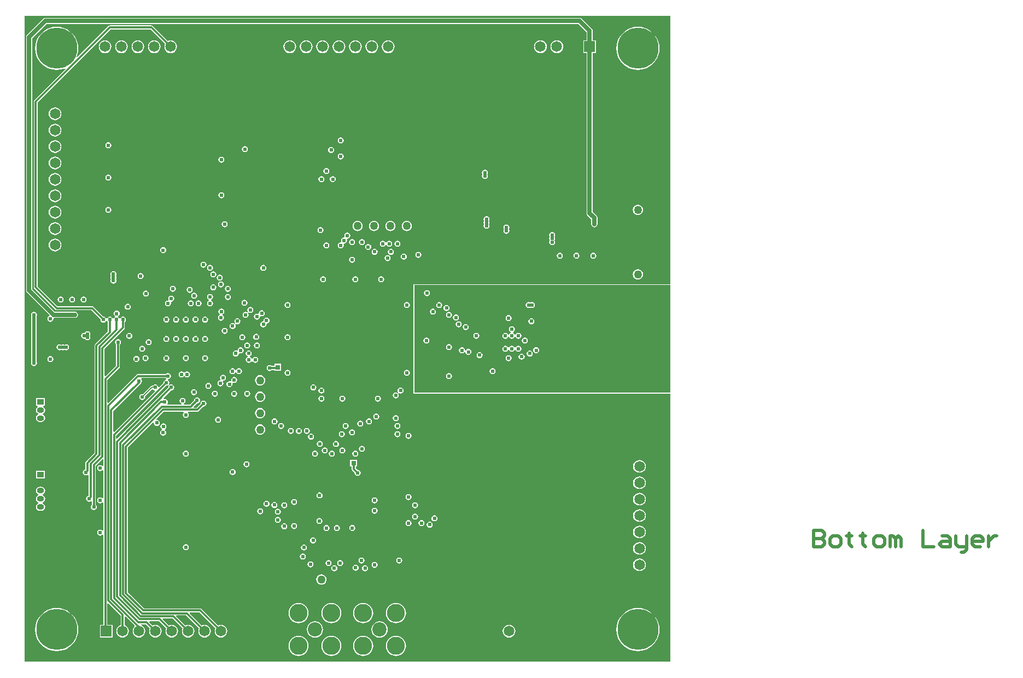
<source format=gbl>
G04 Layer_Physical_Order=4*
G04 Layer_Color=16711680*
%FSLAX25Y25*%
%MOIN*%
G70*
G01*
G75*
%ADD10R,0.03150X0.02756*%
%ADD25R,0.02756X0.03150*%
%ADD40C,0.00800*%
%ADD41C,0.02500*%
%ADD43C,0.02000*%
%ADD44C,0.01200*%
%ADD46C,0.05000*%
%ADD47C,0.06500*%
%ADD48R,0.06500X0.06500*%
%ADD49O,0.04331X0.03543*%
%ADD50R,0.04331X0.03543*%
%ADD51R,0.06500X0.06500*%
%ADD52C,0.25000*%
%ADD53C,0.08661*%
%ADD54C,0.11024*%
%ADD55C,0.02400*%
G36*
X787402Y557772D02*
X631555D01*
Y623366D01*
X787402D01*
Y557772D01*
D02*
G37*
G36*
Y624016D02*
X630905D01*
Y557122D01*
X787402D01*
Y393701D01*
X393701D01*
Y787402D01*
X787402D01*
Y624016D01*
D02*
G37*
%LPC*%
G36*
X696850Y581560D02*
X696148Y581420D01*
X695553Y581022D01*
X695155Y580427D01*
X695015Y579724D01*
X695155Y579022D01*
X695553Y578427D01*
X696148Y578029D01*
X696850Y577889D01*
X697553Y578029D01*
X698148Y578427D01*
X698546Y579022D01*
X698686Y579724D01*
X698546Y580427D01*
X698148Y581022D01*
X697553Y581420D01*
X696850Y581560D01*
D02*
G37*
G36*
X688976Y580575D02*
X688274Y580436D01*
X687679Y580038D01*
X687281Y579443D01*
X687141Y578740D01*
X687281Y578038D01*
X687679Y577442D01*
X688274Y577045D01*
X688976Y576905D01*
X689679Y577045D01*
X690274Y577442D01*
X690672Y578038D01*
X690812Y578740D01*
X690672Y579443D01*
X690274Y580038D01*
X689679Y580436D01*
X688976Y580575D01*
D02*
G37*
G36*
X652559Y587465D02*
X651857Y587325D01*
X651261Y586928D01*
X650864Y586332D01*
X650724Y585630D01*
X650864Y584928D01*
X651261Y584332D01*
X651857Y583934D01*
X652559Y583795D01*
X653261Y583934D01*
X653857Y584332D01*
X654255Y584928D01*
X654394Y585630D01*
X654255Y586332D01*
X653857Y586928D01*
X653261Y587325D01*
X652559Y587465D01*
D02*
G37*
G36*
X701772Y583528D02*
X701069Y583389D01*
X700474Y582991D01*
X700076Y582395D01*
X699936Y581693D01*
X700076Y580991D01*
X700474Y580395D01*
X701069Y579997D01*
X701772Y579858D01*
X702474Y579997D01*
X703069Y580395D01*
X703467Y580991D01*
X703607Y581693D01*
X703467Y582395D01*
X703069Y582991D01*
X702474Y583389D01*
X701772Y583528D01*
D02*
G37*
G36*
X671260Y582544D02*
X670557Y582404D01*
X669962Y582006D01*
X669564Y581411D01*
X669425Y580709D01*
X669564Y580006D01*
X669962Y579411D01*
X670557Y579013D01*
X671260Y578873D01*
X671962Y579013D01*
X672558Y579411D01*
X672955Y580006D01*
X673095Y580709D01*
X672955Y581411D01*
X672558Y582006D01*
X671962Y582404D01*
X671260Y582544D01*
D02*
G37*
G36*
X705709Y585497D02*
X705006Y585357D01*
X704411Y584959D01*
X704013Y584364D01*
X703873Y583661D01*
X704013Y582959D01*
X704411Y582364D01*
X705006Y581966D01*
X705709Y581826D01*
X706411Y581966D01*
X707006Y582364D01*
X707404Y582959D01*
X707544Y583661D01*
X707404Y584364D01*
X707006Y584959D01*
X706411Y585357D01*
X705709Y585497D01*
D02*
G37*
G36*
X660433Y585497D02*
X659731Y585357D01*
X659135Y584959D01*
X658738Y584364D01*
X658598Y583661D01*
X658738Y582959D01*
X659135Y582364D01*
X659731Y581966D01*
X660433Y581826D01*
X661135Y581966D01*
X661731Y582364D01*
X661963Y582711D01*
X662082Y582704D01*
X662564Y582531D01*
X662675Y581975D01*
X663072Y581379D01*
X663668Y580982D01*
X664370Y580842D01*
X665072Y580982D01*
X665668Y581379D01*
X666066Y581975D01*
X666205Y582677D01*
X666066Y583380D01*
X665668Y583975D01*
X665072Y584373D01*
X664370Y584512D01*
X663668Y584373D01*
X663072Y583975D01*
X662840Y583628D01*
X662721Y583635D01*
X662239Y583808D01*
X662129Y584364D01*
X661731Y584959D01*
X661135Y585357D01*
X660433Y585497D01*
D02*
G37*
G36*
X652559Y569749D02*
X651857Y569609D01*
X651261Y569211D01*
X650864Y568616D01*
X650724Y567913D01*
X650864Y567211D01*
X651261Y566616D01*
X651857Y566218D01*
X652559Y566078D01*
X653261Y566218D01*
X653857Y566616D01*
X654255Y567211D01*
X654394Y567913D01*
X654255Y568616D01*
X653857Y569211D01*
X653261Y569609D01*
X652559Y569749D01*
D02*
G37*
G36*
X679134Y572701D02*
X678432Y572562D01*
X677836Y572164D01*
X677438Y571568D01*
X677299Y570866D01*
X677438Y570164D01*
X677836Y569568D01*
X678432Y569171D01*
X679134Y569031D01*
X679836Y569171D01*
X680432Y569568D01*
X680829Y570164D01*
X680969Y570866D01*
X680829Y571568D01*
X680432Y572164D01*
X679836Y572562D01*
X679134Y572701D01*
D02*
G37*
G36*
X702756Y603213D02*
X702054Y603074D01*
X701458Y602676D01*
X701060Y602080D01*
X700921Y601378D01*
X701060Y600676D01*
X701458Y600080D01*
X702054Y599682D01*
X702756Y599543D01*
X703458Y599682D01*
X704054Y600080D01*
X704452Y600676D01*
X704591Y601378D01*
X704452Y602080D01*
X704054Y602676D01*
X703458Y603074D01*
X702756Y603213D01*
D02*
G37*
G36*
X662715Y599590D02*
X662013Y599450D01*
X661417Y599052D01*
X661020Y598457D01*
X660880Y597754D01*
X661020Y597052D01*
X661417Y596457D01*
X662013Y596059D01*
X662715Y595919D01*
X663417Y596059D01*
X664013Y596457D01*
X664411Y597052D01*
X664550Y597754D01*
X664411Y598457D01*
X664013Y599052D01*
X663417Y599450D01*
X662715Y599590D01*
D02*
G37*
G36*
X658465Y601245D02*
X657762Y601105D01*
X657167Y600707D01*
X656769Y600112D01*
X656629Y599409D01*
X656769Y598707D01*
X657167Y598112D01*
X657762Y597714D01*
X658465Y597574D01*
X659167Y597714D01*
X659762Y598112D01*
X660160Y598707D01*
X660300Y599409D01*
X660160Y600112D01*
X659762Y600707D01*
X659167Y601105D01*
X658465Y601245D01*
D02*
G37*
G36*
X656810Y605495D02*
X656107Y605356D01*
X655512Y604958D01*
X655114Y604362D01*
X654974Y603660D01*
X655114Y602958D01*
X655512Y602362D01*
X656107Y601964D01*
X656810Y601825D01*
X657512Y601964D01*
X658107Y602362D01*
X658505Y602958D01*
X658645Y603660D01*
X658505Y604362D01*
X658107Y604958D01*
X657512Y605356D01*
X656810Y605495D01*
D02*
G37*
G36*
X642717Y609119D02*
X642014Y608979D01*
X641419Y608581D01*
X641021Y607986D01*
X640881Y607283D01*
X641021Y606581D01*
X641419Y605986D01*
X642014Y605588D01*
X642717Y605448D01*
X643419Y605588D01*
X644014Y605986D01*
X644412Y606581D01*
X644552Y607283D01*
X644412Y607986D01*
X644014Y608581D01*
X643419Y608979D01*
X642717Y609119D01*
D02*
G37*
G36*
X652559Y607150D02*
X651857Y607011D01*
X651261Y606613D01*
X650864Y606017D01*
X650724Y605315D01*
X650864Y604613D01*
X651261Y604017D01*
X651857Y603619D01*
X652559Y603480D01*
X653261Y603619D01*
X653857Y604017D01*
X654255Y604613D01*
X654394Y605315D01*
X654255Y606017D01*
X653857Y606613D01*
X653261Y607011D01*
X652559Y607150D01*
D02*
G37*
G36*
X688976Y605182D02*
X688274Y605042D01*
X687679Y604644D01*
X687281Y604049D01*
X687141Y603346D01*
X687281Y602644D01*
X687679Y602049D01*
X688274Y601651D01*
X688976Y601511D01*
X689679Y601651D01*
X690274Y602049D01*
X690672Y602644D01*
X690812Y603346D01*
X690672Y604049D01*
X690274Y604644D01*
X689679Y605042D01*
X688976Y605182D01*
D02*
G37*
G36*
X638779Y591402D02*
X638077Y591262D01*
X637482Y590865D01*
X637084Y590269D01*
X636944Y589567D01*
X637084Y588865D01*
X637482Y588269D01*
X638077Y587871D01*
X638779Y587732D01*
X639482Y587871D01*
X640077Y588269D01*
X640475Y588865D01*
X640615Y589567D01*
X640475Y590269D01*
X640077Y590865D01*
X639482Y591262D01*
X638779Y591402D01*
D02*
G37*
G36*
X694882Y586481D02*
X694180Y586341D01*
X693584Y585943D01*
X693237Y585424D01*
X692913Y585383D01*
X692590Y585424D01*
X692243Y585943D01*
X691647Y586341D01*
X690945Y586481D01*
X690243Y586341D01*
X689647Y585943D01*
X689300Y585424D01*
X688976Y585383D01*
X688653Y585424D01*
X688306Y585943D01*
X687710Y586341D01*
X687008Y586481D01*
X686306Y586341D01*
X685710Y585943D01*
X685312Y585348D01*
X685173Y584646D01*
X685312Y583943D01*
X685710Y583348D01*
X686306Y582950D01*
X687008Y582810D01*
X687710Y582950D01*
X688306Y583348D01*
X688653Y583867D01*
X688976Y583909D01*
X689300Y583867D01*
X689647Y583348D01*
X690243Y582950D01*
X690945Y582810D01*
X691647Y582950D01*
X692243Y583348D01*
X692590Y583867D01*
X692913Y583909D01*
X693237Y583867D01*
X693584Y583348D01*
X694180Y582950D01*
X694882Y582810D01*
X695584Y582950D01*
X696180Y583348D01*
X696578Y583943D01*
X696717Y584646D01*
X696578Y585348D01*
X696180Y585943D01*
X695584Y586341D01*
X694882Y586481D01*
D02*
G37*
G36*
X698817Y591401D02*
X698115Y591261D01*
X697520Y590864D01*
X697122Y590268D01*
X696982Y589566D01*
X697122Y588863D01*
X697520Y588268D01*
X698115Y587870D01*
X698817Y587731D01*
X699520Y587870D01*
X700115Y588268D01*
X700513Y588863D01*
X700653Y589566D01*
X700513Y590268D01*
X700115Y590864D01*
X699520Y591261D01*
X698817Y591401D01*
D02*
G37*
G36*
X669290Y594354D02*
X668588Y594214D01*
X667993Y593817D01*
X667595Y593221D01*
X667455Y592519D01*
X667595Y591817D01*
X667993Y591221D01*
X668588Y590823D01*
X669290Y590684D01*
X669993Y590823D01*
X670588Y591221D01*
X670986Y591817D01*
X671126Y592519D01*
X670986Y593221D01*
X670588Y593817D01*
X669993Y594214D01*
X669290Y594354D01*
D02*
G37*
G36*
X690945Y598292D02*
X690243Y598152D01*
X689647Y597754D01*
X689249Y597159D01*
X689110Y596457D01*
X689249Y595754D01*
X689647Y595159D01*
X690167Y594812D01*
X690208Y594488D01*
X690167Y594165D01*
X689647Y593817D01*
X689300Y593298D01*
X688976Y593257D01*
X688653Y593298D01*
X688306Y593817D01*
X687710Y594215D01*
X687008Y594355D01*
X686306Y594215D01*
X685710Y593817D01*
X685312Y593222D01*
X685173Y592520D01*
X685312Y591817D01*
X685710Y591222D01*
X686306Y590824D01*
X687008Y590684D01*
X687710Y590824D01*
X688306Y591222D01*
X688653Y591741D01*
X688976Y591783D01*
X689300Y591741D01*
X689647Y591222D01*
X690243Y590824D01*
X690945Y590684D01*
X691647Y590824D01*
X692243Y591222D01*
X692590Y591741D01*
X692913Y591783D01*
X693237Y591741D01*
X693584Y591222D01*
X694180Y590824D01*
X694882Y590684D01*
X695584Y590824D01*
X696180Y591222D01*
X696578Y591817D01*
X696717Y592520D01*
X696578Y593222D01*
X696180Y593817D01*
X695584Y594215D01*
X694882Y594355D01*
X694180Y594215D01*
X693584Y593817D01*
X693237Y593298D01*
X692913Y593257D01*
X692590Y593298D01*
X692243Y593817D01*
X691723Y594165D01*
X691682Y594488D01*
X691723Y594812D01*
X692243Y595159D01*
X692640Y595754D01*
X692780Y596457D01*
X692640Y597159D01*
X692243Y597754D01*
X691647Y598152D01*
X690945Y598292D01*
D02*
G37*
G36*
X639173Y620339D02*
X638471Y620199D01*
X637876Y619802D01*
X637478Y619206D01*
X637338Y618504D01*
X637478Y617802D01*
X637876Y617206D01*
X638471Y616808D01*
X639173Y616669D01*
X639876Y616808D01*
X640471Y617206D01*
X640869Y617802D01*
X641009Y618504D01*
X640869Y619206D01*
X640471Y619802D01*
X639876Y620199D01*
X639173Y620339D01*
D02*
G37*
G36*
X701181Y613056D02*
X700479Y612916D01*
X699883Y612518D01*
X699485Y611923D01*
X699346Y611221D01*
X699485Y610518D01*
X699883Y609923D01*
X700479Y609525D01*
X701181Y609385D01*
X701883Y609525D01*
X702165Y609713D01*
X702447Y609525D01*
X703150Y609385D01*
X703852Y609525D01*
X704447Y609923D01*
X704845Y610518D01*
X704985Y611220D01*
X704845Y611923D01*
X704447Y612518D01*
X703852Y612916D01*
X703150Y613056D01*
X702447Y612916D01*
X702165Y612728D01*
X701883Y612916D01*
X701181Y613056D01*
D02*
G37*
G36*
X651024Y611221D02*
X650322Y611081D01*
X649727Y610683D01*
X649329Y610087D01*
X649189Y609385D01*
X649329Y608683D01*
X649727Y608087D01*
X650322Y607690D01*
X651024Y607550D01*
X651727Y607690D01*
X652322Y608087D01*
X652720Y608683D01*
X652860Y609385D01*
X652720Y610087D01*
X652322Y610683D01*
X651727Y611081D01*
X651024Y611221D01*
D02*
G37*
G36*
X646654Y613056D02*
X645951Y612916D01*
X645356Y612518D01*
X644958Y611923D01*
X644818Y611221D01*
X644958Y610518D01*
X645356Y609923D01*
X645951Y609525D01*
X646654Y609385D01*
X647356Y609525D01*
X647951Y609923D01*
X648349Y610518D01*
X648489Y611221D01*
X648349Y611923D01*
X647951Y612518D01*
X647356Y612916D01*
X646654Y613056D01*
D02*
G37*
G36*
X406309Y554537D02*
X400778D01*
Y549794D01*
X401617D01*
X401799Y549194D01*
X401440Y548954D01*
X400916Y548170D01*
X400732Y547244D01*
X400916Y546319D01*
X401440Y545534D01*
X402065Y545117D01*
X402095Y545010D01*
Y544557D01*
X402065Y544450D01*
X401440Y544033D01*
X400916Y543248D01*
X400732Y542323D01*
X400916Y541397D01*
X401440Y540613D01*
X402224Y540089D01*
X403150Y539905D01*
X403937D01*
X404862Y540089D01*
X405647Y540613D01*
X406171Y541397D01*
X406355Y542323D01*
X406171Y543248D01*
X405647Y544033D01*
X405022Y544450D01*
X404991Y544557D01*
Y545010D01*
X405022Y545117D01*
X405647Y545534D01*
X406171Y546319D01*
X406355Y547244D01*
X406171Y548170D01*
X405647Y548954D01*
X405288Y549194D01*
X405470Y549794D01*
X406309D01*
Y554537D01*
D02*
G37*
G36*
X608268Y545142D02*
X607565Y545003D01*
X606970Y544605D01*
X606572Y544009D01*
X606432Y543307D01*
X606572Y542605D01*
X606970Y542009D01*
X607565Y541611D01*
X608268Y541472D01*
X608970Y541611D01*
X609565Y542009D01*
X609963Y542605D01*
X610103Y543307D01*
X609963Y544009D01*
X609565Y544605D01*
X608970Y545003D01*
X608268Y545142D01*
D02*
G37*
G36*
X620079Y544158D02*
X619376Y544018D01*
X618781Y543621D01*
X618383Y543025D01*
X618244Y542323D01*
X618383Y541620D01*
X618781Y541025D01*
X619376Y540627D01*
X620079Y540488D01*
X620781Y540627D01*
X621377Y541025D01*
X621774Y541620D01*
X621914Y542323D01*
X621774Y543025D01*
X621377Y543621D01*
X620781Y544018D01*
X620079Y544158D01*
D02*
G37*
G36*
X511811Y543174D02*
X511109Y543034D01*
X510513Y542636D01*
X510115Y542041D01*
X509976Y541339D01*
X510115Y540636D01*
X510513Y540041D01*
X511109Y539643D01*
X511811Y539503D01*
X512513Y539643D01*
X513109Y540041D01*
X513507Y540636D01*
X513646Y541339D01*
X513507Y542041D01*
X513109Y542636D01*
X512513Y543034D01*
X511811Y543174D01*
D02*
G37*
G36*
X598425Y540713D02*
X597723Y540574D01*
X597127Y540176D01*
X596730Y539580D01*
X596590Y538878D01*
X596730Y538176D01*
X597127Y537580D01*
X597723Y537182D01*
X598425Y537043D01*
X599127Y537182D01*
X599723Y537580D01*
X600121Y538176D01*
X600260Y538878D01*
X600121Y539580D01*
X599723Y540176D01*
X599127Y540574D01*
X598425Y540713D01*
D02*
G37*
G36*
X546260Y542190D02*
X545557Y542050D01*
X544962Y541652D01*
X544564Y541057D01*
X544425Y540354D01*
X544564Y539652D01*
X544962Y539057D01*
X545557Y538659D01*
X546260Y538519D01*
X546962Y538659D01*
X547558Y539057D01*
X547955Y539652D01*
X548095Y540354D01*
X547955Y541057D01*
X547558Y541652D01*
X546962Y542050D01*
X546260Y542190D01*
D02*
G37*
G36*
X603839D02*
X603136Y542050D01*
X602541Y541652D01*
X602143Y541057D01*
X602003Y540354D01*
X602143Y539652D01*
X602541Y539057D01*
X603136Y538659D01*
X603839Y538519D01*
X604541Y538659D01*
X605136Y539057D01*
X605534Y539652D01*
X605674Y540354D01*
X605534Y541057D01*
X605136Y541652D01*
X604541Y542050D01*
X603839Y542190D01*
D02*
G37*
G36*
X537402Y548477D02*
X536592Y548371D01*
X535838Y548058D01*
X535191Y547561D01*
X534694Y546914D01*
X534381Y546160D01*
X534275Y545350D01*
X534381Y544541D01*
X534694Y543787D01*
X535191Y543139D01*
X535838Y542643D01*
X536592Y542330D01*
X537402Y542224D01*
X538211Y542330D01*
X538965Y542643D01*
X539612Y543139D01*
X540109Y543787D01*
X540422Y544541D01*
X540528Y545350D01*
X540422Y546160D01*
X540109Y546914D01*
X539612Y547561D01*
X538965Y548058D01*
X538211Y548371D01*
X537402Y548477D01*
D02*
G37*
G36*
X509842Y558921D02*
X509140Y558781D01*
X508544Y558384D01*
X508146Y557788D01*
X508007Y557086D01*
X508146Y556384D01*
X508544Y555788D01*
X509140Y555390D01*
X509842Y555251D01*
X510544Y555390D01*
X511140Y555788D01*
X511537Y556384D01*
X511677Y557086D01*
X511537Y557788D01*
X511140Y558384D01*
X510544Y558781D01*
X509842Y558921D01*
D02*
G37*
G36*
X521654Y558922D02*
X520951Y558782D01*
X520356Y558384D01*
X519958Y557789D01*
X519818Y557087D01*
X519958Y556384D01*
X520356Y555789D01*
X520951Y555391D01*
X521654Y555251D01*
X522356Y555391D01*
X522951Y555789D01*
X523349Y556384D01*
X523489Y557087D01*
X523349Y557789D01*
X522951Y558384D01*
X522356Y558782D01*
X521654Y558922D01*
D02*
G37*
G36*
X529528D02*
X528825Y558782D01*
X528230Y558384D01*
X527832Y557789D01*
X527692Y557087D01*
X527832Y556384D01*
X528230Y555789D01*
X528825Y555391D01*
X529528Y555251D01*
X530230Y555391D01*
X530825Y555789D01*
X531223Y556384D01*
X531363Y557087D01*
X531223Y557789D01*
X530825Y558384D01*
X530230Y558782D01*
X529528Y558922D01*
D02*
G37*
G36*
X609252Y555969D02*
X608550Y555829D01*
X607954Y555432D01*
X607556Y554836D01*
X607417Y554134D01*
X607556Y553432D01*
X607954Y552836D01*
X608550Y552438D01*
X609252Y552299D01*
X609954Y552438D01*
X610550Y552836D01*
X610948Y553432D01*
X611087Y554134D01*
X610948Y554836D01*
X610550Y555432D01*
X609954Y555829D01*
X609252Y555969D01*
D02*
G37*
G36*
X537402Y558477D02*
X536592Y558371D01*
X535838Y558058D01*
X535191Y557561D01*
X534694Y556914D01*
X534381Y556160D01*
X534275Y555350D01*
X534381Y554541D01*
X534694Y553787D01*
X535191Y553139D01*
X535838Y552643D01*
X536592Y552330D01*
X537402Y552224D01*
X538211Y552330D01*
X538965Y552643D01*
X539612Y553139D01*
X540109Y553787D01*
X540422Y554541D01*
X540528Y555350D01*
X540422Y556160D01*
X540109Y556914D01*
X539612Y557561D01*
X538965Y558058D01*
X538211Y558371D01*
X537402Y558477D01*
D02*
G37*
G36*
X574803Y555969D02*
X574101Y555829D01*
X573505Y555432D01*
X573108Y554836D01*
X572968Y554134D01*
X573108Y553432D01*
X573505Y552836D01*
X574101Y552438D01*
X574803Y552299D01*
X575505Y552438D01*
X576101Y552836D01*
X576499Y553432D01*
X576638Y554134D01*
X576499Y554836D01*
X576101Y555432D01*
X575505Y555829D01*
X574803Y555969D01*
D02*
G37*
G36*
X587598D02*
X586896Y555829D01*
X586301Y555432D01*
X585903Y554836D01*
X585763Y554134D01*
X585903Y553432D01*
X586301Y552836D01*
X586896Y552438D01*
X587598Y552299D01*
X588301Y552438D01*
X588896Y552836D01*
X589294Y553432D01*
X589434Y554134D01*
X589294Y554836D01*
X588896Y555432D01*
X588301Y555829D01*
X587598Y555969D01*
D02*
G37*
G36*
X621063Y539237D02*
X620361Y539097D01*
X619765Y538699D01*
X619367Y538104D01*
X619228Y537402D01*
X619367Y536699D01*
X619765Y536104D01*
X620361Y535706D01*
X621063Y535566D01*
X621765Y535706D01*
X622361Y536104D01*
X622759Y536699D01*
X622898Y537402D01*
X622759Y538104D01*
X622361Y538699D01*
X621765Y539097D01*
X621063Y539237D01*
D02*
G37*
G36*
X627953Y533331D02*
X627250Y533192D01*
X626655Y532794D01*
X626257Y532198D01*
X626118Y531496D01*
X626257Y530794D01*
X626655Y530198D01*
X627250Y529801D01*
X627953Y529661D01*
X628655Y529801D01*
X629250Y530198D01*
X629648Y530794D01*
X629788Y531496D01*
X629648Y532198D01*
X629250Y532794D01*
X628655Y533192D01*
X627953Y533331D01*
D02*
G37*
G36*
X568451Y532885D02*
X567749Y532745D01*
X567154Y532347D01*
X566756Y531752D01*
X566616Y531050D01*
X566756Y530347D01*
X567154Y529752D01*
X567749Y529354D01*
X568451Y529214D01*
X569153Y529354D01*
X569749Y529752D01*
X570147Y530347D01*
X570286Y531050D01*
X570147Y531752D01*
X569749Y532347D01*
X569153Y532745D01*
X568451Y532885D01*
D02*
G37*
G36*
X621063Y534316D02*
X620361Y534176D01*
X619765Y533778D01*
X619367Y533183D01*
X619228Y532480D01*
X619367Y531778D01*
X619765Y531183D01*
X620361Y530785D01*
X621063Y530645D01*
X621765Y530785D01*
X622361Y531183D01*
X622759Y531778D01*
X622898Y532480D01*
X622759Y533183D01*
X622361Y533778D01*
X621765Y534176D01*
X621063Y534316D01*
D02*
G37*
G36*
X587205D02*
X586502Y534176D01*
X585907Y533778D01*
X585509Y533183D01*
X585369Y532480D01*
X585509Y531778D01*
X585907Y531183D01*
X586502Y530785D01*
X587205Y530645D01*
X587907Y530785D01*
X588502Y531183D01*
X588900Y531778D01*
X589040Y532480D01*
X588900Y533183D01*
X588502Y533778D01*
X587907Y534176D01*
X587205Y534316D01*
D02*
G37*
G36*
X599409Y525457D02*
X598707Y525318D01*
X598112Y524920D01*
X597714Y524324D01*
X597574Y523622D01*
X597714Y522920D01*
X598112Y522324D01*
X598707Y521926D01*
X599409Y521787D01*
X600112Y521926D01*
X600707Y522324D01*
X601105Y522920D01*
X601245Y523622D01*
X601105Y524324D01*
X600707Y524920D01*
X600112Y525318D01*
X599409Y525457D01*
D02*
G37*
G36*
X587598Y524473D02*
X586896Y524333D01*
X586301Y523936D01*
X585903Y523340D01*
X585763Y522638D01*
X585903Y521936D01*
X586301Y521340D01*
X586896Y520942D01*
X587598Y520802D01*
X588301Y520942D01*
X588896Y521340D01*
X589294Y521936D01*
X589434Y522638D01*
X589294Y523340D01*
X588896Y523936D01*
X588301Y524333D01*
X587598Y524473D01*
D02*
G37*
G36*
X583661Y528410D02*
X582959Y528270D01*
X582364Y527873D01*
X581966Y527277D01*
X581826Y526575D01*
X581966Y525873D01*
X582364Y525277D01*
X582959Y524879D01*
X583661Y524740D01*
X584364Y524879D01*
X584959Y525277D01*
X585357Y525873D01*
X585497Y526575D01*
X585357Y527277D01*
X584959Y527873D01*
X584364Y528270D01*
X583661Y528410D01*
D02*
G37*
G36*
X573819D02*
X573117Y528270D01*
X572521Y527873D01*
X572123Y527277D01*
X571984Y526575D01*
X572123Y525873D01*
X572521Y525277D01*
X573117Y524879D01*
X573819Y524740D01*
X574521Y524879D01*
X575117Y525277D01*
X575515Y525873D01*
X575654Y526575D01*
X575515Y527277D01*
X575117Y527873D01*
X574521Y528270D01*
X573819Y528410D01*
D02*
G37*
G36*
X565945Y536284D02*
X565243Y536144D01*
X564647Y535746D01*
X564249Y535151D01*
X564110Y534449D01*
X564249Y533746D01*
X564647Y533151D01*
X565243Y532753D01*
X565945Y532614D01*
X566647Y532753D01*
X567243Y533151D01*
X567640Y533746D01*
X567780Y534449D01*
X567640Y535151D01*
X567243Y535746D01*
X566647Y536144D01*
X565945Y536284D01*
D02*
G37*
G36*
X561024D02*
X560321Y536144D01*
X559726Y535746D01*
X559328Y535151D01*
X559188Y534449D01*
X559328Y533746D01*
X559726Y533151D01*
X560321Y532753D01*
X561024Y532614D01*
X561726Y532753D01*
X562321Y533151D01*
X562719Y533746D01*
X562859Y534449D01*
X562719Y535151D01*
X562321Y535746D01*
X561726Y536144D01*
X561024Y536284D01*
D02*
G37*
G36*
X589567Y539237D02*
X588865Y539097D01*
X588269Y538699D01*
X587871Y538104D01*
X587732Y537402D01*
X587871Y536699D01*
X588269Y536104D01*
X588865Y535706D01*
X589567Y535566D01*
X590269Y535706D01*
X590865Y536104D01*
X591262Y536699D01*
X591402Y537402D01*
X591262Y538104D01*
X590865Y538699D01*
X590269Y539097D01*
X589567Y539237D01*
D02*
G37*
G36*
X550197D02*
X549495Y539097D01*
X548899Y538699D01*
X548501Y538104D01*
X548362Y537402D01*
X548501Y536699D01*
X548899Y536104D01*
X549495Y535706D01*
X550197Y535566D01*
X550899Y535706D01*
X551495Y536104D01*
X551892Y536699D01*
X552032Y537402D01*
X551892Y538104D01*
X551495Y538699D01*
X550899Y539097D01*
X550197Y539237D01*
D02*
G37*
G36*
X593504Y535489D02*
X592802Y535349D01*
X592206Y534951D01*
X591808Y534356D01*
X591669Y533653D01*
X591808Y532951D01*
X592206Y532355D01*
X592802Y531958D01*
X593504Y531818D01*
X594206Y531958D01*
X594802Y532355D01*
X595199Y532951D01*
X595339Y533653D01*
X595199Y534356D01*
X594802Y534951D01*
X594206Y535349D01*
X593504Y535489D01*
D02*
G37*
G36*
X478505Y539078D02*
X477803Y538939D01*
X477207Y538541D01*
X476809Y537945D01*
X476670Y537243D01*
X476809Y536541D01*
X477207Y535945D01*
X477514Y535740D01*
X477547Y535596D01*
X477475Y535047D01*
X477049Y534762D01*
X476651Y534167D01*
X476511Y533465D01*
X476651Y532762D01*
X477049Y532167D01*
X477644Y531769D01*
X478346Y531629D01*
X479049Y531769D01*
X479644Y532167D01*
X480042Y532762D01*
X480182Y533465D01*
X480042Y534167D01*
X479644Y534762D01*
X479337Y534968D01*
X479305Y535112D01*
X479376Y535660D01*
X479803Y535945D01*
X480200Y536541D01*
X480340Y537243D01*
X480200Y537945D01*
X479803Y538541D01*
X479207Y538939D01*
X478505Y539078D01*
D02*
G37*
G36*
X556102Y536284D02*
X555400Y536144D01*
X554805Y535746D01*
X554407Y535151D01*
X554267Y534449D01*
X554407Y533746D01*
X554805Y533151D01*
X555400Y532753D01*
X556102Y532614D01*
X556805Y532753D01*
X557400Y533151D01*
X557798Y533746D01*
X557938Y534449D01*
X557798Y535151D01*
X557400Y535746D01*
X556805Y536144D01*
X556102Y536284D01*
D02*
G37*
G36*
X537402Y538477D02*
X536592Y538371D01*
X535838Y538058D01*
X535191Y537561D01*
X534694Y536914D01*
X534381Y536160D01*
X534275Y535350D01*
X534381Y534541D01*
X534694Y533787D01*
X535191Y533139D01*
X535838Y532643D01*
X536592Y532330D01*
X537402Y532224D01*
X538211Y532330D01*
X538965Y532643D01*
X539612Y533139D01*
X540109Y533787D01*
X540422Y534541D01*
X540528Y535350D01*
X540422Y536160D01*
X540109Y536914D01*
X539612Y537561D01*
X538965Y538058D01*
X538211Y538371D01*
X537402Y538477D01*
D02*
G37*
G36*
X497047Y559906D02*
X496345Y559766D01*
X495750Y559369D01*
X495352Y558773D01*
X495212Y558071D01*
X495352Y557369D01*
X495750Y556773D01*
X496345Y556375D01*
X497047Y556236D01*
X497750Y556375D01*
X498345Y556773D01*
X498743Y557369D01*
X498882Y558071D01*
X498743Y558773D01*
X498345Y559369D01*
X497750Y559766D01*
X497047Y559906D01*
D02*
G37*
G36*
X503937Y580575D02*
X503235Y580436D01*
X502639Y580038D01*
X502241Y579443D01*
X502102Y578740D01*
X502241Y578038D01*
X502639Y577442D01*
X503235Y577045D01*
X503937Y576905D01*
X504639Y577045D01*
X505235Y577442D01*
X505633Y578038D01*
X505772Y578740D01*
X505633Y579443D01*
X505235Y580038D01*
X504639Y580436D01*
X503937Y580575D01*
D02*
G37*
G36*
X492126D02*
X491424Y580436D01*
X490828Y580038D01*
X490430Y579443D01*
X490291Y578740D01*
X490430Y578038D01*
X490828Y577442D01*
X491424Y577045D01*
X492126Y576905D01*
X492828Y577045D01*
X493424Y577442D01*
X493821Y578038D01*
X493961Y578740D01*
X493821Y579443D01*
X493424Y580038D01*
X492828Y580436D01*
X492126Y580575D01*
D02*
G37*
G36*
X462008Y580182D02*
X461306Y580042D01*
X460710Y579644D01*
X460312Y579049D01*
X460173Y578346D01*
X460312Y577644D01*
X460710Y577049D01*
X461306Y576651D01*
X462008Y576511D01*
X462710Y576651D01*
X463306Y577049D01*
X463703Y577644D01*
X463843Y578346D01*
X463703Y579049D01*
X463306Y579644D01*
X462710Y580042D01*
X462008Y580182D01*
D02*
G37*
G36*
X409646D02*
X408943Y580042D01*
X408348Y579644D01*
X407950Y579049D01*
X407810Y578346D01*
X407950Y577644D01*
X408348Y577049D01*
X408943Y576651D01*
X409646Y576511D01*
X410348Y576651D01*
X410943Y577049D01*
X411341Y577644D01*
X411481Y578346D01*
X411341Y579049D01*
X410943Y579644D01*
X410348Y580042D01*
X409646Y580182D01*
D02*
G37*
G36*
X480315Y580575D02*
X479613Y580436D01*
X479017Y580038D01*
X478619Y579443D01*
X478480Y578740D01*
X478619Y578038D01*
X479017Y577442D01*
X479613Y577045D01*
X480315Y576905D01*
X481017Y577045D01*
X481613Y577442D01*
X482011Y578038D01*
X482150Y578740D01*
X482011Y579443D01*
X481613Y580038D01*
X481017Y580436D01*
X480315Y580575D01*
D02*
G37*
G36*
X467520D02*
X466817Y580436D01*
X466222Y580038D01*
X465824Y579443D01*
X465684Y578740D01*
X465824Y578038D01*
X466222Y577442D01*
X466817Y577045D01*
X467520Y576905D01*
X468222Y577045D01*
X468817Y577442D01*
X469215Y578038D01*
X469355Y578740D01*
X469215Y579443D01*
X468817Y580038D01*
X468222Y580436D01*
X467520Y580575D01*
D02*
G37*
G36*
X525591Y585497D02*
X524888Y585357D01*
X524293Y584959D01*
X523895Y584364D01*
X523785Y583813D01*
X523520Y583560D01*
X523192Y583418D01*
X522638Y583528D01*
X521936Y583389D01*
X521340Y582991D01*
X520942Y582395D01*
X520802Y581693D01*
X520942Y580991D01*
X521340Y580395D01*
X521936Y579997D01*
X522638Y579858D01*
X523340Y579997D01*
X523936Y580395D01*
X524333Y580991D01*
X524443Y581542D01*
X524709Y581795D01*
X525036Y581936D01*
X525591Y581826D01*
X526293Y581966D01*
X526888Y582364D01*
X527286Y582959D01*
X527426Y583661D01*
X527286Y584364D01*
X526888Y584959D01*
X526293Y585357D01*
X525591Y585497D01*
D02*
G37*
G36*
X465551Y586481D02*
X464849Y586341D01*
X464254Y585943D01*
X463856Y585348D01*
X463716Y584646D01*
X463856Y583943D01*
X464254Y583348D01*
X464849Y582950D01*
X465551Y582810D01*
X466254Y582950D01*
X466849Y583348D01*
X467247Y583943D01*
X467386Y584646D01*
X467247Y585348D01*
X466849Y585943D01*
X466254Y586341D01*
X465551Y586481D01*
D02*
G37*
G36*
X529528Y588449D02*
X528825Y588310D01*
X528230Y587912D01*
X527832Y587317D01*
X527692Y586614D01*
X527832Y585912D01*
X528230Y585316D01*
X528825Y584919D01*
X529528Y584779D01*
X530230Y584919D01*
X530825Y585316D01*
X531223Y585912D01*
X531363Y586614D01*
X531223Y587317D01*
X530825Y587912D01*
X530230Y588310D01*
X529528Y588449D01*
D02*
G37*
G36*
X537402Y568477D02*
X536592Y568371D01*
X535838Y568058D01*
X535191Y567561D01*
X534694Y566914D01*
X534381Y566160D01*
X534275Y565350D01*
X534381Y564541D01*
X534694Y563787D01*
X535191Y563139D01*
X535838Y562643D01*
X536592Y562330D01*
X537402Y562224D01*
X538211Y562330D01*
X538965Y562643D01*
X539612Y563139D01*
X540109Y563787D01*
X540422Y564541D01*
X540528Y565350D01*
X540422Y566160D01*
X540109Y566914D01*
X539612Y567561D01*
X538965Y568058D01*
X538211Y568371D01*
X537402Y568477D01*
D02*
G37*
G36*
X514763Y568764D02*
X514061Y568624D01*
X513465Y568226D01*
X513068Y567631D01*
X512928Y566928D01*
X513068Y566226D01*
X513306Y565870D01*
X513287Y565744D01*
X513036Y565251D01*
X512518Y565148D01*
X511923Y564750D01*
X511525Y564155D01*
X511385Y563453D01*
X511525Y562750D01*
X511923Y562155D01*
X512518Y561757D01*
X513221Y561617D01*
X513923Y561757D01*
X514518Y562155D01*
X514916Y562750D01*
X515056Y563453D01*
X514916Y564155D01*
X514678Y564511D01*
X514697Y564637D01*
X514948Y565130D01*
X515465Y565233D01*
X516061Y565631D01*
X516459Y566226D01*
X516598Y566928D01*
X516459Y567631D01*
X516061Y568226D01*
X515465Y568624D01*
X514763Y568764D01*
D02*
G37*
G36*
X521654Y567386D02*
X520951Y567247D01*
X520356Y566849D01*
X519958Y566254D01*
X519818Y565551D01*
X519915Y565066D01*
X519403Y564687D01*
X518700Y564827D01*
X517998Y564687D01*
X517402Y564289D01*
X517005Y563694D01*
X516865Y562991D01*
X517005Y562289D01*
X517402Y561694D01*
X517998Y561296D01*
X518700Y561156D01*
X519403Y561296D01*
X519998Y561694D01*
X520396Y562289D01*
X520535Y562991D01*
X520439Y563476D01*
X520951Y563856D01*
X521654Y563716D01*
X522356Y563856D01*
X522951Y564254D01*
X523349Y564849D01*
X523489Y565551D01*
X523349Y566254D01*
X522951Y566849D01*
X522356Y567247D01*
X521654Y567386D01*
D02*
G37*
G36*
X623032Y560890D02*
X622329Y560751D01*
X621734Y560353D01*
X621336Y559757D01*
X621196Y559055D01*
X621336Y558353D01*
X621548Y558035D01*
X621582Y557984D01*
X621150Y557552D01*
X621099Y557586D01*
X620781Y557798D01*
X620079Y557938D01*
X619376Y557798D01*
X618781Y557400D01*
X618383Y556805D01*
X618244Y556102D01*
X618383Y555400D01*
X618781Y554805D01*
X619376Y554407D01*
X620079Y554267D01*
X620781Y554407D01*
X621377Y554805D01*
X621774Y555400D01*
X621914Y556102D01*
X621774Y556805D01*
X621562Y557122D01*
X621528Y557173D01*
X621961Y557606D01*
X622011Y557572D01*
X622329Y557360D01*
X623032Y557220D01*
X623734Y557360D01*
X624329Y557757D01*
X624727Y558353D01*
X624867Y559055D01*
X624727Y559757D01*
X624329Y560353D01*
X623734Y560751D01*
X623032Y560890D01*
D02*
G37*
G36*
X574803D02*
X574101Y560751D01*
X573505Y560353D01*
X573108Y559757D01*
X572968Y559055D01*
X573108Y558353D01*
X573505Y557757D01*
X574101Y557360D01*
X574803Y557220D01*
X575505Y557360D01*
X576101Y557757D01*
X576499Y558353D01*
X576638Y559055D01*
X576499Y559757D01*
X576101Y560353D01*
X575505Y560751D01*
X574803Y560890D01*
D02*
G37*
G36*
X505905Y563843D02*
X505203Y563703D01*
X504608Y563306D01*
X504210Y562710D01*
X504070Y562008D01*
X504210Y561306D01*
X504608Y560710D01*
X505203Y560312D01*
X505905Y560173D01*
X506608Y560312D01*
X507203Y560710D01*
X507601Y561306D01*
X507741Y562008D01*
X507601Y562710D01*
X507203Y563306D01*
X506608Y563703D01*
X505905Y563843D01*
D02*
G37*
G36*
X569882Y562859D02*
X569180Y562719D01*
X568584Y562321D01*
X568186Y561726D01*
X568047Y561024D01*
X568186Y560321D01*
X568584Y559726D01*
X569180Y559328D01*
X569882Y559188D01*
X570584Y559328D01*
X571180Y559726D01*
X571578Y560321D01*
X571717Y561024D01*
X571578Y561726D01*
X571180Y562321D01*
X570584Y562719D01*
X569882Y562859D01*
D02*
G37*
G36*
X399606Y607150D02*
X398904Y607011D01*
X398309Y606613D01*
X397911Y606017D01*
X397771Y605315D01*
X397911Y604613D01*
X397975Y604517D01*
Y576586D01*
X397911Y576490D01*
X397771Y575787D01*
X397911Y575085D01*
X398309Y574490D01*
X398904Y574092D01*
X399606Y573952D01*
X400309Y574092D01*
X400904Y574490D01*
X401302Y575085D01*
X401442Y575787D01*
X401302Y576490D01*
X401238Y576586D01*
Y604517D01*
X401302Y604613D01*
X401442Y605315D01*
X401302Y606017D01*
X400904Y606613D01*
X400309Y607011D01*
X399606Y607150D01*
D02*
G37*
G36*
X530511Y583527D02*
X529809Y583388D01*
X529213Y582990D01*
X528816Y582395D01*
X528676Y581692D01*
X528816Y580990D01*
X529213Y580394D01*
X529732Y580048D01*
X529774Y579725D01*
X529733Y579400D01*
X529214Y579054D01*
X528816Y578458D01*
X528677Y577756D01*
X528816Y577054D01*
X529214Y576458D01*
X529810Y576060D01*
X530512Y575921D01*
X531214Y576060D01*
X531810Y576458D01*
X532157Y576978D01*
X532480Y577019D01*
X532804Y576978D01*
X533151Y576458D01*
X533746Y576060D01*
X534449Y575921D01*
X535151Y576060D01*
X535746Y576458D01*
X536144Y577054D01*
X536284Y577756D01*
X536144Y578458D01*
X535746Y579054D01*
X535151Y579452D01*
X534449Y579591D01*
X533746Y579452D01*
X533151Y579054D01*
X532804Y578534D01*
X532480Y578493D01*
X532157Y578534D01*
X531810Y579054D01*
X531291Y579400D01*
X531249Y579723D01*
X531290Y580048D01*
X531809Y580394D01*
X532207Y580990D01*
X532346Y581692D01*
X532207Y582395D01*
X531809Y582990D01*
X531214Y583388D01*
X530511Y583527D01*
D02*
G37*
G36*
X550206Y575403D02*
X546250D01*
Y574058D01*
X544654D01*
X544605Y574132D01*
X544009Y574530D01*
X543307Y574670D01*
X542605Y574530D01*
X542009Y574132D01*
X541611Y573537D01*
X541472Y572835D01*
X541611Y572132D01*
X542009Y571537D01*
X542605Y571139D01*
X543307Y570999D01*
X544009Y571139D01*
X544605Y571537D01*
X544654Y571611D01*
X546250D01*
Y571054D01*
X550206D01*
Y575403D01*
D02*
G37*
G36*
X554134Y571717D02*
X553432Y571578D01*
X552836Y571180D01*
X552438Y570584D01*
X552299Y569882D01*
X552438Y569180D01*
X552836Y568584D01*
X553432Y568186D01*
X554134Y568047D01*
X554836Y568186D01*
X555432Y568584D01*
X555829Y569180D01*
X555969Y569882D01*
X555829Y570584D01*
X555432Y571180D01*
X554836Y571578D01*
X554134Y571717D01*
D02*
G37*
G36*
X489605Y570764D02*
X488902Y570625D01*
X488307Y570227D01*
X487909Y569631D01*
X487770Y568929D01*
X487909Y568227D01*
X488307Y567631D01*
X488902Y567234D01*
X489605Y567094D01*
X490307Y567234D01*
X490902Y567631D01*
X490963Y567722D01*
X491563D01*
X491645Y567600D01*
X492240Y567202D01*
X492942Y567062D01*
X493645Y567202D01*
X494240Y567600D01*
X494638Y568195D01*
X494778Y568898D01*
X494638Y569600D01*
X494240Y570195D01*
X493645Y570593D01*
X492942Y570733D01*
X492240Y570593D01*
X491645Y570195D01*
X491584Y570105D01*
X490984D01*
X490902Y570227D01*
X490307Y570625D01*
X489605Y570764D01*
D02*
G37*
G36*
X520669Y572701D02*
X519967Y572562D01*
X519372Y572164D01*
X518974Y571568D01*
X518834Y570866D01*
X518974Y570164D01*
X519372Y569568D01*
X519967Y569171D01*
X520669Y569031D01*
X521372Y569171D01*
X521967Y569568D01*
X522313Y570087D01*
X522638Y570128D01*
X522961Y570086D01*
X523308Y569568D01*
X523903Y569170D01*
X524606Y569030D01*
X525308Y569170D01*
X525903Y569568D01*
X526301Y570163D01*
X526441Y570865D01*
X526301Y571568D01*
X525903Y572163D01*
X525308Y572561D01*
X524606Y572701D01*
X523903Y572561D01*
X523308Y572163D01*
X522962Y571645D01*
X522637Y571603D01*
X522314Y571645D01*
X521967Y572164D01*
X521372Y572562D01*
X520669Y572701D01*
D02*
G37*
G36*
X626968Y571717D02*
X626266Y571578D01*
X625671Y571180D01*
X625273Y570584D01*
X625133Y569882D01*
X625273Y569180D01*
X625671Y568584D01*
X626266Y568186D01*
X626968Y568047D01*
X627671Y568186D01*
X628266Y568584D01*
X628664Y569180D01*
X628804Y569882D01*
X628664Y570584D01*
X628266Y571180D01*
X627671Y571578D01*
X626968Y571717D01*
D02*
G37*
G36*
X576772Y524473D02*
X576069Y524333D01*
X575474Y523936D01*
X575076Y523340D01*
X574936Y522638D01*
X575076Y521936D01*
X575474Y521340D01*
X576069Y520942D01*
X576772Y520802D01*
X577474Y520942D01*
X578069Y521340D01*
X578467Y521936D01*
X578607Y522638D01*
X578467Y523340D01*
X578069Y523936D01*
X577474Y524333D01*
X576772Y524473D01*
D02*
G37*
G36*
X599213Y457347D02*
X598510Y457207D01*
X597915Y456810D01*
X597517Y456214D01*
X597377Y455512D01*
X597517Y454810D01*
X597915Y454214D01*
X598510Y453816D01*
X599213Y453677D01*
X599915Y453816D01*
X600510Y454214D01*
X600908Y454810D01*
X601048Y455512D01*
X600908Y456214D01*
X600510Y456810D01*
X599915Y457207D01*
X599213Y457347D01*
D02*
G37*
G36*
X586221Y455772D02*
X585518Y455633D01*
X584923Y455235D01*
X584525Y454639D01*
X584385Y453937D01*
X584525Y453235D01*
X584923Y452639D01*
X585518Y452241D01*
X586221Y452102D01*
X586923Y452241D01*
X587518Y452639D01*
X587916Y453235D01*
X588056Y453937D01*
X587916Y454639D01*
X587518Y455235D01*
X586923Y455633D01*
X586221Y455772D01*
D02*
G37*
G36*
X563386Y459709D02*
X562683Y459570D01*
X562088Y459172D01*
X561690Y458576D01*
X561551Y457874D01*
X561690Y457172D01*
X562088Y456576D01*
X562683Y456179D01*
X563386Y456039D01*
X564088Y456179D01*
X564684Y456576D01*
X565081Y457172D01*
X565221Y457874D01*
X565081Y458576D01*
X564684Y459172D01*
X564088Y459570D01*
X563386Y459709D01*
D02*
G37*
G36*
X622244Y457347D02*
X621542Y457207D01*
X620946Y456810D01*
X620548Y456214D01*
X620409Y455512D01*
X620548Y454810D01*
X620946Y454214D01*
X621542Y453816D01*
X622244Y453677D01*
X622946Y453816D01*
X623542Y454214D01*
X623940Y454810D01*
X624079Y455512D01*
X623940Y456214D01*
X623542Y456810D01*
X622946Y457207D01*
X622244Y457347D01*
D02*
G37*
G36*
X607283Y454591D02*
X606581Y454452D01*
X605986Y454054D01*
X605588Y453458D01*
X605448Y452756D01*
X605588Y452054D01*
X605986Y451458D01*
X606581Y451060D01*
X607283Y450921D01*
X607986Y451060D01*
X608581Y451458D01*
X608979Y452054D01*
X609119Y452756D01*
X608979Y453458D01*
X608581Y454054D01*
X607986Y454452D01*
X607283Y454591D01*
D02*
G37*
G36*
X595669Y453016D02*
X594967Y452877D01*
X594372Y452479D01*
X593974Y451883D01*
X593834Y451181D01*
X593974Y450479D01*
X594372Y449883D01*
X594967Y449485D01*
X595669Y449346D01*
X596372Y449485D01*
X596967Y449883D01*
X597365Y450479D01*
X597505Y451181D01*
X597365Y451883D01*
X596967Y452479D01*
X596372Y452877D01*
X595669Y453016D01*
D02*
G37*
G36*
X579134Y455772D02*
X578432Y455633D01*
X577836Y455235D01*
X577438Y454639D01*
X577299Y453937D01*
X577438Y453235D01*
X577836Y452639D01*
X578432Y452241D01*
X579134Y452102D01*
X579836Y452241D01*
X580432Y452639D01*
X580829Y453235D01*
X580969Y453937D01*
X580829Y454639D01*
X580432Y455235D01*
X579836Y455633D01*
X579134Y455772D01*
D02*
G37*
G36*
X568110Y454985D02*
X567408Y454845D01*
X566813Y454447D01*
X566415Y453852D01*
X566275Y453150D01*
X566415Y452447D01*
X566813Y451852D01*
X567408Y451454D01*
X568110Y451314D01*
X568813Y451454D01*
X569408Y451852D01*
X569806Y452447D01*
X569945Y453150D01*
X569806Y453852D01*
X569408Y454447D01*
X568813Y454845D01*
X568110Y454985D01*
D02*
G37*
G36*
X577951Y477186D02*
X577249Y477046D01*
X576653Y476648D01*
X576256Y476053D01*
X576116Y475350D01*
X576256Y474648D01*
X576653Y474053D01*
X577249Y473655D01*
X577951Y473515D01*
X578653Y473655D01*
X579249Y474053D01*
X579647Y474648D01*
X579786Y475350D01*
X579647Y476053D01*
X579249Y476648D01*
X578653Y477046D01*
X577951Y477186D01*
D02*
G37*
G36*
X768701Y476797D02*
X767696Y476664D01*
X766759Y476276D01*
X765955Y475659D01*
X765338Y474855D01*
X764950Y473918D01*
X764818Y472913D01*
X764950Y471908D01*
X765338Y470972D01*
X765955Y470167D01*
X766759Y469550D01*
X767696Y469163D01*
X768701Y469030D01*
X769706Y469163D01*
X770642Y469550D01*
X771447Y470167D01*
X772064Y470972D01*
X772452Y471908D01*
X772584Y472913D01*
X772452Y473918D01*
X772064Y474855D01*
X771447Y475659D01*
X770642Y476276D01*
X769706Y476664D01*
X768701Y476797D01*
D02*
G37*
G36*
X593651Y477186D02*
X592949Y477046D01*
X592353Y476648D01*
X591956Y476053D01*
X591816Y475350D01*
X591956Y474648D01*
X592353Y474053D01*
X592949Y473655D01*
X593651Y473515D01*
X594353Y473655D01*
X594949Y474053D01*
X595347Y474648D01*
X595486Y475350D01*
X595347Y476053D01*
X594949Y476648D01*
X594353Y477046D01*
X593651Y477186D01*
D02*
G37*
G36*
X584251D02*
X583549Y477046D01*
X582954Y476648D01*
X582556Y476053D01*
X582416Y475350D01*
X582556Y474648D01*
X582954Y474053D01*
X583549Y473655D01*
X584251Y473515D01*
X584953Y473655D01*
X585549Y474053D01*
X585947Y474648D01*
X586086Y475350D01*
X585947Y476053D01*
X585549Y476648D01*
X584953Y477046D01*
X584251Y477186D01*
D02*
G37*
G36*
X564173Y465221D02*
X563471Y465081D01*
X562876Y464684D01*
X562478Y464088D01*
X562338Y463386D01*
X562478Y462683D01*
X562876Y462088D01*
X563471Y461690D01*
X564173Y461551D01*
X564876Y461690D01*
X565471Y462088D01*
X565869Y462683D01*
X566009Y463386D01*
X565869Y464088D01*
X565471Y464684D01*
X564876Y465081D01*
X564173Y465221D01*
D02*
G37*
G36*
X768701Y466797D02*
X767696Y466664D01*
X766759Y466276D01*
X765955Y465659D01*
X765338Y464855D01*
X764950Y463918D01*
X764818Y462913D01*
X764950Y461908D01*
X765338Y460972D01*
X765955Y460168D01*
X766759Y459550D01*
X767696Y459163D01*
X768701Y459030D01*
X769706Y459163D01*
X770642Y459550D01*
X771447Y460168D01*
X772064Y460972D01*
X772452Y461908D01*
X772584Y462913D01*
X772452Y463918D01*
X772064Y464855D01*
X771447Y465659D01*
X770642Y466276D01*
X769706Y466664D01*
X768701Y466797D01*
D02*
G37*
G36*
X569685Y469552D02*
X568983Y469412D01*
X568387Y469014D01*
X567989Y468419D01*
X567850Y467717D01*
X567989Y467014D01*
X568387Y466419D01*
X568983Y466021D01*
X569685Y465881D01*
X570387Y466021D01*
X570983Y466419D01*
X571381Y467014D01*
X571520Y467717D01*
X571381Y468419D01*
X570983Y469014D01*
X570387Y469412D01*
X569685Y469552D01*
D02*
G37*
G36*
X492126Y465418D02*
X491424Y465278D01*
X490828Y464880D01*
X490430Y464285D01*
X490291Y463583D01*
X490430Y462880D01*
X490828Y462285D01*
X491424Y461887D01*
X492126Y461747D01*
X492828Y461887D01*
X493424Y462285D01*
X493821Y462880D01*
X493961Y463583D01*
X493821Y464285D01*
X493424Y464880D01*
X492828Y465278D01*
X492126Y465418D01*
D02*
G37*
G36*
X768701Y456797D02*
X767696Y456664D01*
X766759Y456276D01*
X765955Y455659D01*
X765338Y454855D01*
X764950Y453918D01*
X764818Y452913D01*
X764950Y451908D01*
X765338Y450972D01*
X765955Y450168D01*
X766759Y449550D01*
X767696Y449162D01*
X768701Y449030D01*
X769706Y449162D01*
X770642Y449550D01*
X771447Y450168D01*
X772064Y450972D01*
X772452Y451908D01*
X772584Y452913D01*
X772452Y453918D01*
X772064Y454855D01*
X771447Y455659D01*
X770642Y456276D01*
X769706Y456664D01*
X768701Y456797D01*
D02*
G37*
G36*
X767717Y426526D02*
X765661Y426365D01*
X763656Y425883D01*
X761751Y425094D01*
X759993Y424017D01*
X758425Y422678D01*
X757086Y421110D01*
X756008Y419351D01*
X755219Y417447D01*
X754738Y415441D01*
X754576Y413386D01*
X754738Y411330D01*
X755219Y409325D01*
X756008Y407420D01*
X757086Y405662D01*
X758425Y404094D01*
X759993Y402755D01*
X761751Y401678D01*
X763656Y400888D01*
X765661Y400407D01*
X767717Y400245D01*
X769772Y400407D01*
X771777Y400888D01*
X773682Y401678D01*
X775440Y402755D01*
X777008Y404094D01*
X778347Y405662D01*
X779425Y407420D01*
X780214Y409325D01*
X780695Y411330D01*
X780857Y413386D01*
X780695Y415441D01*
X780214Y417447D01*
X779425Y419351D01*
X778347Y421110D01*
X777008Y422678D01*
X775440Y424017D01*
X773682Y425094D01*
X771777Y425883D01*
X769772Y426365D01*
X767717Y426526D01*
D02*
G37*
G36*
X413386D02*
X411330Y426365D01*
X409325Y425883D01*
X407420Y425094D01*
X405662Y424017D01*
X404094Y422678D01*
X402755Y421110D01*
X401678Y419351D01*
X400888Y417447D01*
X400407Y415441D01*
X400245Y413386D01*
X400407Y411330D01*
X400888Y409325D01*
X401678Y407420D01*
X402755Y405662D01*
X404094Y404094D01*
X405662Y402755D01*
X407420Y401678D01*
X409325Y400888D01*
X411330Y400407D01*
X413386Y400245D01*
X415441Y400407D01*
X417447Y400888D01*
X419351Y401678D01*
X421110Y402755D01*
X422678Y404094D01*
X424017Y405662D01*
X425094Y407420D01*
X425883Y409325D01*
X426365Y411330D01*
X426526Y413386D01*
X426365Y415441D01*
X425883Y417447D01*
X425094Y419351D01*
X424017Y421110D01*
X422678Y422678D01*
X421110Y424017D01*
X419351Y425094D01*
X417447Y425883D01*
X415441Y426365D01*
X413386Y426526D01*
D02*
G37*
G36*
X610236Y418359D02*
X608949Y418190D01*
X607750Y417693D01*
X606720Y416902D01*
X605929Y415872D01*
X605432Y414673D01*
X605263Y413386D01*
X605432Y412099D01*
X605929Y410899D01*
X606720Y409869D01*
X607750Y409079D01*
X608949Y408582D01*
X610236Y408413D01*
X611523Y408582D01*
X612723Y409079D01*
X613753Y409869D01*
X614543Y410899D01*
X615040Y412099D01*
X615209Y413386D01*
X615040Y414673D01*
X614543Y415872D01*
X613753Y416902D01*
X612723Y417693D01*
X611523Y418190D01*
X610236Y418359D01*
D02*
G37*
G36*
X570866D02*
X569579Y418190D01*
X568379Y417693D01*
X567349Y416902D01*
X566559Y415872D01*
X566062Y414673D01*
X565893Y413386D01*
X566062Y412099D01*
X566559Y410899D01*
X567349Y409869D01*
X568379Y409079D01*
X569579Y408582D01*
X570866Y408413D01*
X572153Y408582D01*
X573353Y409079D01*
X574383Y409869D01*
X575173Y410899D01*
X575670Y412099D01*
X575839Y413386D01*
X575670Y414673D01*
X575173Y415872D01*
X574383Y416902D01*
X573353Y417693D01*
X572153Y418190D01*
X570866Y418359D01*
D02*
G37*
G36*
X580866Y409527D02*
X579668Y409409D01*
X578516Y409060D01*
X577454Y408492D01*
X576523Y407728D01*
X575760Y406798D01*
X575192Y405736D01*
X574843Y404584D01*
X574725Y403386D01*
X574843Y402188D01*
X575192Y401036D01*
X575760Y399974D01*
X576523Y399043D01*
X577454Y398279D01*
X578516Y397712D01*
X579668Y397362D01*
X580866Y397244D01*
X582064Y397362D01*
X583216Y397712D01*
X584278Y398279D01*
X585209Y399043D01*
X585972Y399974D01*
X586540Y401036D01*
X586890Y402188D01*
X587008Y403386D01*
X586890Y404584D01*
X586540Y405736D01*
X585972Y406798D01*
X585209Y407728D01*
X584278Y408492D01*
X583216Y409060D01*
X582064Y409409D01*
X580866Y409527D01*
D02*
G37*
G36*
X560866D02*
X559668Y409409D01*
X558516Y409060D01*
X557454Y408492D01*
X556524Y407728D01*
X555760Y406798D01*
X555192Y405736D01*
X554843Y404584D01*
X554725Y403386D01*
X554843Y402188D01*
X555192Y401036D01*
X555760Y399974D01*
X556524Y399043D01*
X557454Y398279D01*
X558516Y397712D01*
X559668Y397362D01*
X560866Y397244D01*
X562064Y397362D01*
X563216Y397712D01*
X564278Y398279D01*
X565209Y399043D01*
X565973Y399974D01*
X566540Y401036D01*
X566889Y402188D01*
X567007Y403386D01*
X566889Y404584D01*
X566540Y405736D01*
X565973Y406798D01*
X565209Y407728D01*
X564278Y408492D01*
X563216Y409060D01*
X562064Y409409D01*
X560866Y409527D01*
D02*
G37*
G36*
X620236D02*
X619038Y409409D01*
X617886Y409060D01*
X616824Y408492D01*
X615894Y407728D01*
X615130Y406798D01*
X614562Y405736D01*
X614213Y404584D01*
X614095Y403386D01*
X614213Y402188D01*
X614562Y401036D01*
X615130Y399974D01*
X615894Y399043D01*
X616824Y398279D01*
X617886Y397712D01*
X619038Y397362D01*
X620236Y397244D01*
X621434Y397362D01*
X622586Y397712D01*
X623648Y398279D01*
X624579Y399043D01*
X625343Y399974D01*
X625910Y401036D01*
X626260Y402188D01*
X626378Y403386D01*
X626260Y404584D01*
X625910Y405736D01*
X625343Y406798D01*
X624579Y407728D01*
X623648Y408492D01*
X622586Y409060D01*
X621434Y409409D01*
X620236Y409527D01*
D02*
G37*
G36*
X600236D02*
X599038Y409409D01*
X597886Y409060D01*
X596824Y408492D01*
X595894Y407728D01*
X595130Y406798D01*
X594562Y405736D01*
X594213Y404584D01*
X594095Y403386D01*
X594213Y402188D01*
X594562Y401036D01*
X595130Y399974D01*
X595894Y399043D01*
X596824Y398279D01*
X597886Y397712D01*
X599038Y397362D01*
X600236Y397244D01*
X601434Y397362D01*
X602586Y397712D01*
X603648Y398279D01*
X604579Y399043D01*
X605343Y399974D01*
X605910Y401036D01*
X606260Y402188D01*
X606378Y403386D01*
X606260Y404584D01*
X605910Y405736D01*
X605343Y406798D01*
X604579Y407728D01*
X603648Y408492D01*
X602586Y409060D01*
X601434Y409409D01*
X600236Y409527D01*
D02*
G37*
G36*
X574803Y447024D02*
X573994Y446918D01*
X573240Y446605D01*
X572592Y446109D01*
X572095Y445461D01*
X571783Y444707D01*
X571676Y443898D01*
X571783Y443088D01*
X572095Y442334D01*
X572592Y441687D01*
X573240Y441190D01*
X573994Y440877D01*
X574803Y440771D01*
X575612Y440877D01*
X576367Y441190D01*
X577014Y441687D01*
X577511Y442334D01*
X577823Y443088D01*
X577930Y443898D01*
X577823Y444707D01*
X577511Y445461D01*
X577014Y446109D01*
X576367Y446605D01*
X575612Y446918D01*
X574803Y447024D01*
D02*
G37*
G36*
X620236Y429527D02*
X619038Y429409D01*
X617886Y429060D01*
X616824Y428492D01*
X615894Y427728D01*
X615130Y426798D01*
X614562Y425736D01*
X614213Y424584D01*
X614095Y423386D01*
X614213Y422188D01*
X614562Y421036D01*
X615130Y419974D01*
X615894Y419043D01*
X616824Y418279D01*
X617886Y417712D01*
X619038Y417362D01*
X620236Y417244D01*
X621434Y417362D01*
X622586Y417712D01*
X623648Y418279D01*
X624579Y419043D01*
X625343Y419974D01*
X625910Y421036D01*
X626260Y422188D01*
X626378Y423386D01*
X626260Y424584D01*
X625910Y425736D01*
X625343Y426798D01*
X624579Y427728D01*
X623648Y428492D01*
X622586Y429060D01*
X621434Y429409D01*
X620236Y429527D01*
D02*
G37*
G36*
X601378Y452623D02*
X600676Y452483D01*
X600080Y452085D01*
X599682Y451490D01*
X599543Y450787D01*
X599682Y450085D01*
X600080Y449490D01*
X600676Y449092D01*
X601378Y448952D01*
X602080Y449092D01*
X602676Y449490D01*
X603074Y450085D01*
X603213Y450787D01*
X603074Y451490D01*
X602676Y452085D01*
X602080Y452483D01*
X601378Y452623D01*
D02*
G37*
G36*
X582677D02*
X581975Y452483D01*
X581379Y452085D01*
X580982Y451490D01*
X580842Y450787D01*
X580982Y450085D01*
X581379Y449490D01*
X581975Y449092D01*
X582677Y448952D01*
X583380Y449092D01*
X583975Y449490D01*
X584373Y450085D01*
X584512Y450787D01*
X584373Y451490D01*
X583975Y452085D01*
X583380Y452483D01*
X582677Y452623D01*
D02*
G37*
G36*
X560866Y429527D02*
X559668Y429409D01*
X558516Y429060D01*
X557454Y428492D01*
X556524Y427728D01*
X555760Y426798D01*
X555192Y425736D01*
X554843Y424584D01*
X554725Y423386D01*
X554843Y422188D01*
X555192Y421036D01*
X555760Y419974D01*
X556524Y419043D01*
X557454Y418279D01*
X558516Y417712D01*
X559668Y417362D01*
X560866Y417244D01*
X562064Y417362D01*
X563216Y417712D01*
X564278Y418279D01*
X565209Y419043D01*
X565973Y419974D01*
X566540Y421036D01*
X566889Y422188D01*
X567007Y423386D01*
X566889Y424584D01*
X566540Y425736D01*
X565973Y426798D01*
X565209Y427728D01*
X564278Y428492D01*
X563216Y429060D01*
X562064Y429409D01*
X560866Y429527D01*
D02*
G37*
G36*
X689134Y416285D02*
X688129Y416152D01*
X687192Y415765D01*
X686388Y415147D01*
X685771Y414343D01*
X685383Y413407D01*
X685251Y412402D01*
X685383Y411397D01*
X685771Y410460D01*
X686388Y409656D01*
X687192Y409039D01*
X688129Y408651D01*
X689134Y408518D01*
X690139Y408651D01*
X691076Y409039D01*
X691880Y409656D01*
X692497Y410460D01*
X692885Y411397D01*
X693017Y412402D01*
X692885Y413407D01*
X692497Y414343D01*
X691880Y415147D01*
X691076Y415765D01*
X690139Y416152D01*
X689134Y416285D01*
D02*
G37*
G36*
X600236Y429527D02*
X599038Y429409D01*
X597886Y429060D01*
X596824Y428492D01*
X595894Y427728D01*
X595130Y426798D01*
X594562Y425736D01*
X594213Y424584D01*
X594095Y423386D01*
X594213Y422188D01*
X594562Y421036D01*
X595130Y419974D01*
X595894Y419043D01*
X596824Y418279D01*
X597886Y417712D01*
X599038Y417362D01*
X600236Y417244D01*
X601434Y417362D01*
X602586Y417712D01*
X603648Y418279D01*
X604579Y419043D01*
X605343Y419974D01*
X605910Y421036D01*
X606260Y422188D01*
X606378Y423386D01*
X606260Y424584D01*
X605910Y425736D01*
X605343Y426798D01*
X604579Y427728D01*
X603648Y428492D01*
X602586Y429060D01*
X601434Y429409D01*
X600236Y429527D01*
D02*
G37*
G36*
X580866D02*
X579668Y429409D01*
X578516Y429060D01*
X577454Y428492D01*
X576523Y427728D01*
X575760Y426798D01*
X575192Y425736D01*
X574843Y424584D01*
X574725Y423386D01*
X574843Y422188D01*
X575192Y421036D01*
X575760Y419974D01*
X576523Y419043D01*
X577454Y418279D01*
X578516Y417712D01*
X579668Y417362D01*
X580866Y417244D01*
X582064Y417362D01*
X583216Y417712D01*
X584278Y418279D01*
X585209Y419043D01*
X585972Y419974D01*
X586540Y421036D01*
X586890Y422188D01*
X587008Y423386D01*
X586890Y424584D01*
X586540Y425736D01*
X585972Y426798D01*
X585209Y427728D01*
X584278Y428492D01*
X583216Y429060D01*
X582064Y429409D01*
X580866Y429527D01*
D02*
G37*
G36*
X573672Y497061D02*
X572969Y496921D01*
X572374Y496524D01*
X571976Y495928D01*
X571836Y495226D01*
X571976Y494524D01*
X572374Y493928D01*
X572969Y493530D01*
X573672Y493391D01*
X574374Y493530D01*
X574969Y493928D01*
X575367Y494524D01*
X575507Y495226D01*
X575367Y495928D01*
X574969Y496524D01*
X574374Y496921D01*
X573672Y497061D01*
D02*
G37*
G36*
X627953Y495930D02*
X627250Y495790D01*
X626655Y495392D01*
X626257Y494797D01*
X626118Y494095D01*
X626257Y493392D01*
X626655Y492797D01*
X627250Y492399D01*
X627953Y492259D01*
X628655Y492399D01*
X629250Y492797D01*
X629648Y493392D01*
X629788Y494095D01*
X629648Y494797D01*
X629250Y495392D01*
X628655Y495790D01*
X627953Y495930D01*
D02*
G37*
G36*
X406309Y510246D02*
X400778D01*
Y505502D01*
X406309D01*
Y510246D01*
D02*
G37*
G36*
X768701Y506797D02*
X767696Y506664D01*
X766759Y506276D01*
X765955Y505659D01*
X765338Y504855D01*
X764950Y503918D01*
X764818Y502913D01*
X764950Y501908D01*
X765338Y500972D01*
X765955Y500168D01*
X766759Y499550D01*
X767696Y499162D01*
X768701Y499030D01*
X769706Y499162D01*
X770642Y499550D01*
X771447Y500168D01*
X772064Y500972D01*
X772452Y501908D01*
X772584Y502913D01*
X772452Y503918D01*
X772064Y504855D01*
X771447Y505659D01*
X770642Y506276D01*
X769706Y506664D01*
X768701Y506797D01*
D02*
G37*
G36*
Y496797D02*
X767696Y496664D01*
X766759Y496276D01*
X765955Y495659D01*
X765338Y494855D01*
X764950Y493918D01*
X764818Y492913D01*
X764950Y491908D01*
X765338Y490972D01*
X765955Y490168D01*
X766759Y489550D01*
X767696Y489162D01*
X768701Y489030D01*
X769706Y489162D01*
X770642Y489550D01*
X771447Y490168D01*
X772064Y490972D01*
X772452Y491908D01*
X772584Y492913D01*
X772452Y493918D01*
X772064Y494855D01*
X771447Y495659D01*
X770642Y496276D01*
X769706Y496664D01*
X768701Y496797D01*
D02*
G37*
G36*
X541339Y491993D02*
X540636Y491853D01*
X540041Y491455D01*
X539643Y490860D01*
X539503Y490158D01*
X539643Y489455D01*
X540041Y488860D01*
X540636Y488462D01*
X541339Y488322D01*
X542041Y488462D01*
X542636Y488860D01*
X543034Y489455D01*
X543174Y490158D01*
X543034Y490860D01*
X542636Y491455D01*
X542041Y491853D01*
X541339Y491993D01*
D02*
G37*
G36*
X607283Y493961D02*
X606581Y493821D01*
X605986Y493424D01*
X605588Y492828D01*
X605448Y492126D01*
X605588Y491424D01*
X605986Y490828D01*
X606581Y490430D01*
X607283Y490291D01*
X607986Y490430D01*
X608581Y490828D01*
X608979Y491424D01*
X609119Y492126D01*
X608979Y492828D01*
X608581Y493424D01*
X607986Y493821D01*
X607283Y493961D01*
D02*
G37*
G36*
X558071Y492977D02*
X557369Y492837D01*
X556773Y492440D01*
X556375Y491844D01*
X556236Y491142D01*
X556375Y490439D01*
X556773Y489844D01*
X557369Y489446D01*
X558071Y489306D01*
X558773Y489446D01*
X559369Y489844D01*
X559766Y490439D01*
X559906Y491142D01*
X559766Y491844D01*
X559369Y492440D01*
X558773Y492837D01*
X558071Y492977D01*
D02*
G37*
G36*
X570866Y522505D02*
X570164Y522365D01*
X569568Y521967D01*
X569171Y521372D01*
X569031Y520669D01*
X569171Y519967D01*
X569568Y519372D01*
X570164Y518974D01*
X570866Y518834D01*
X571568Y518974D01*
X572164Y519372D01*
X572562Y519967D01*
X572701Y520669D01*
X572562Y521372D01*
X572164Y521967D01*
X571568Y522365D01*
X570866Y522505D01*
D02*
G37*
G36*
X492126D02*
X491424Y522365D01*
X490828Y521967D01*
X490430Y521372D01*
X490291Y520669D01*
X490430Y519967D01*
X490828Y519372D01*
X491424Y518974D01*
X492126Y518834D01*
X492828Y518974D01*
X493424Y519372D01*
X493821Y519967D01*
X493961Y520669D01*
X493821Y521372D01*
X493424Y521967D01*
X492828Y522365D01*
X492126Y522505D01*
D02*
G37*
G36*
X595472D02*
X594770Y522365D01*
X594175Y521967D01*
X593777Y521372D01*
X593637Y520669D01*
X593777Y519967D01*
X594175Y519372D01*
X594770Y518974D01*
X595472Y518834D01*
X596175Y518974D01*
X596770Y519372D01*
X597168Y519967D01*
X597308Y520669D01*
X597168Y521372D01*
X596770Y521967D01*
X596175Y522365D01*
X595472Y522505D01*
D02*
G37*
G36*
X581151D02*
X580449Y522365D01*
X579853Y521967D01*
X579456Y521372D01*
X579316Y520669D01*
X579456Y519967D01*
X579853Y519372D01*
X580449Y518974D01*
X581151Y518834D01*
X581853Y518974D01*
X582449Y519372D01*
X582847Y519967D01*
X582986Y520669D01*
X582847Y521372D01*
X582449Y521967D01*
X581853Y522365D01*
X581151Y522505D01*
D02*
G37*
G36*
X520669Y511284D02*
X519967Y511144D01*
X519372Y510746D01*
X518974Y510151D01*
X518834Y509449D01*
X518974Y508746D01*
X519372Y508151D01*
X519967Y507753D01*
X520669Y507614D01*
X521372Y507753D01*
X521967Y508151D01*
X522365Y508746D01*
X522505Y509449D01*
X522365Y510151D01*
X521967Y510746D01*
X521372Y511144D01*
X520669Y511284D01*
D02*
G37*
G36*
X596663Y516742D02*
X592313D01*
Y512786D01*
X593265D01*
Y511221D01*
X593358Y510753D01*
X593623Y510356D01*
X595033Y508946D01*
X595016Y508858D01*
X595156Y508156D01*
X595553Y507560D01*
X596149Y507163D01*
X596851Y507023D01*
X597553Y507163D01*
X598149Y507560D01*
X598547Y508156D01*
X598686Y508858D01*
X598547Y509561D01*
X598149Y510156D01*
X597553Y510554D01*
X596851Y510694D01*
X596764Y510676D01*
X595712Y511728D01*
Y512786D01*
X596663D01*
Y516742D01*
D02*
G37*
G36*
X529134Y516009D02*
X528432Y515869D01*
X527836Y515471D01*
X527438Y514876D01*
X527299Y514173D01*
X527438Y513471D01*
X527836Y512876D01*
X528432Y512478D01*
X529134Y512338D01*
X529836Y512478D01*
X530432Y512876D01*
X530829Y513471D01*
X530969Y514173D01*
X530829Y514876D01*
X530432Y515471D01*
X529836Y515869D01*
X529134Y516009D01*
D02*
G37*
G36*
X768701Y516797D02*
X767696Y516664D01*
X766759Y516276D01*
X765955Y515659D01*
X765338Y514855D01*
X764950Y513918D01*
X764818Y512913D01*
X764950Y511908D01*
X765338Y510972D01*
X765955Y510168D01*
X766759Y509550D01*
X767696Y509163D01*
X768701Y509030D01*
X769706Y509163D01*
X770642Y509550D01*
X771447Y510168D01*
X772064Y510972D01*
X772452Y511908D01*
X772584Y512913D01*
X772452Y513918D01*
X772064Y514855D01*
X771447Y515659D01*
X770642Y516276D01*
X769706Y516664D01*
X768701Y516797D01*
D02*
G37*
G36*
X546063Y491205D02*
X545361Y491066D01*
X544765Y490668D01*
X544367Y490072D01*
X544228Y489370D01*
X544367Y488668D01*
X544765Y488072D01*
X545361Y487675D01*
X546063Y487535D01*
X546765Y487675D01*
X547361Y488072D01*
X547759Y488668D01*
X547898Y489370D01*
X547759Y490072D01*
X547361Y490668D01*
X546765Y491066D01*
X546063Y491205D01*
D02*
G37*
G36*
X573624Y481361D02*
X572921Y481221D01*
X572326Y480824D01*
X571928Y480228D01*
X571788Y479526D01*
X571928Y478824D01*
X572326Y478228D01*
X572921Y477830D01*
X573624Y477691D01*
X574326Y477830D01*
X574921Y478228D01*
X575319Y478824D01*
X575459Y479526D01*
X575319Y480228D01*
X574921Y480824D01*
X574326Y481221D01*
X573624Y481361D01*
D02*
G37*
G36*
X635827Y480182D02*
X635124Y480042D01*
X634529Y479644D01*
X634131Y479049D01*
X633991Y478346D01*
X634131Y477644D01*
X634529Y477049D01*
X635124Y476651D01*
X635827Y476511D01*
X636529Y476651D01*
X637124Y477049D01*
X637522Y477644D01*
X637662Y478346D01*
X637522Y479049D01*
X637124Y479644D01*
X636529Y480042D01*
X635827Y480182D01*
D02*
G37*
G36*
X768701Y486797D02*
X767696Y486664D01*
X766759Y486276D01*
X765955Y485659D01*
X765338Y484855D01*
X764950Y483918D01*
X764818Y482913D01*
X764950Y481908D01*
X765338Y480972D01*
X765955Y480167D01*
X766759Y479550D01*
X767696Y479163D01*
X768701Y479030D01*
X769706Y479163D01*
X770642Y479550D01*
X771447Y480167D01*
X772064Y480972D01*
X772452Y481908D01*
X772584Y482913D01*
X772452Y483918D01*
X772064Y484855D01*
X771447Y485659D01*
X770642Y486276D01*
X769706Y486664D01*
X768701Y486797D01*
D02*
G37*
G36*
X548228Y482150D02*
X547526Y482011D01*
X546931Y481613D01*
X546533Y481017D01*
X546393Y480315D01*
X546533Y479613D01*
X546931Y479017D01*
X547526Y478619D01*
X548228Y478480D01*
X548931Y478619D01*
X549526Y479017D01*
X549924Y479613D01*
X550064Y480315D01*
X549924Y481017D01*
X549526Y481613D01*
X548931Y482011D01*
X548228Y482150D01*
D02*
G37*
G36*
X558119Y478261D02*
X557417Y478122D01*
X556821Y477724D01*
X556423Y477128D01*
X556284Y476426D01*
X556423Y475724D01*
X556821Y475128D01*
X557417Y474730D01*
X558119Y474591D01*
X558821Y474730D01*
X559417Y475128D01*
X559815Y475724D01*
X559954Y476426D01*
X559815Y477128D01*
X559417Y477724D01*
X558821Y478122D01*
X558119Y478261D01*
D02*
G37*
G36*
X552165Y478213D02*
X551463Y478074D01*
X550868Y477676D01*
X550470Y477080D01*
X550330Y476378D01*
X550470Y475676D01*
X550868Y475080D01*
X551463Y474682D01*
X552165Y474543D01*
X552868Y474682D01*
X553463Y475080D01*
X553861Y475676D01*
X554001Y476378D01*
X553861Y477080D01*
X553463Y477676D01*
X552868Y478074D01*
X552165Y478213D01*
D02*
G37*
G36*
X627953Y480182D02*
X627250Y480042D01*
X626655Y479644D01*
X626257Y479049D01*
X626118Y478346D01*
X626257Y477644D01*
X626655Y477049D01*
X627250Y476651D01*
X627953Y476511D01*
X628655Y476651D01*
X629250Y477049D01*
X629648Y477644D01*
X629788Y478346D01*
X629648Y479049D01*
X629250Y479644D01*
X628655Y480042D01*
X627953Y480182D01*
D02*
G37*
G36*
X640748Y479198D02*
X640046Y479058D01*
X639450Y478660D01*
X639052Y478064D01*
X638913Y477362D01*
X639052Y476660D01*
X639450Y476064D01*
X640046Y475667D01*
X640748Y475527D01*
X641450Y475667D01*
X642046Y476064D01*
X642444Y476660D01*
X642583Y477362D01*
X642444Y478064D01*
X642046Y478660D01*
X641450Y479058D01*
X640748Y479198D01*
D02*
G37*
G36*
X403937Y500450D02*
X403150D01*
X402224Y500266D01*
X401440Y499741D01*
X400916Y498957D01*
X400732Y498032D01*
X400916Y497106D01*
X401440Y496322D01*
X402065Y495904D01*
X402095Y495797D01*
Y495345D01*
X402065Y495237D01*
X401440Y494820D01*
X400916Y494036D01*
X400732Y493110D01*
X400916Y492185D01*
X401440Y491400D01*
X402065Y490983D01*
X402095Y490876D01*
Y490423D01*
X402065Y490316D01*
X401440Y489899D01*
X400916Y489114D01*
X400732Y488189D01*
X400916Y487264D01*
X401440Y486479D01*
X402224Y485955D01*
X403150Y485771D01*
X403937D01*
X404862Y485955D01*
X405647Y486479D01*
X406171Y487264D01*
X406355Y488189D01*
X406171Y489114D01*
X405647Y489899D01*
X405022Y490316D01*
X404992Y490423D01*
Y490876D01*
X405022Y490983D01*
X405647Y491400D01*
X406171Y492185D01*
X406355Y493110D01*
X406171Y494036D01*
X405647Y494820D01*
X405022Y495237D01*
X404992Y495345D01*
Y495797D01*
X405022Y495904D01*
X405647Y496322D01*
X406171Y497106D01*
X406355Y498032D01*
X406171Y498957D01*
X405647Y499741D01*
X404862Y500266D01*
X403937Y500450D01*
D02*
G37*
G36*
X607283Y487661D02*
X606581Y487522D01*
X605986Y487124D01*
X605588Y486528D01*
X605448Y485826D01*
X605588Y485124D01*
X605986Y484528D01*
X606581Y484130D01*
X607283Y483991D01*
X607986Y484130D01*
X608581Y484528D01*
X608979Y485124D01*
X609119Y485826D01*
X608979Y486528D01*
X608581Y487124D01*
X607986Y487522D01*
X607283Y487661D01*
D02*
G37*
G36*
X552165Y491009D02*
X551463Y490869D01*
X550868Y490471D01*
X550470Y489876D01*
X550330Y489173D01*
X550470Y488471D01*
X550868Y487876D01*
X551463Y487478D01*
X552165Y487338D01*
X552868Y487478D01*
X553463Y487876D01*
X553861Y488471D01*
X554001Y489173D01*
X553861Y489876D01*
X553463Y490471D01*
X552868Y490869D01*
X552165Y491009D01*
D02*
G37*
G36*
X631890Y491009D02*
X631187Y490869D01*
X630592Y490471D01*
X630194Y489876D01*
X630055Y489173D01*
X630194Y488471D01*
X630592Y487876D01*
X631187Y487478D01*
X631890Y487338D01*
X632592Y487478D01*
X633187Y487876D01*
X633585Y488471D01*
X633725Y489173D01*
X633585Y489876D01*
X633187Y490471D01*
X632592Y490869D01*
X631890Y491009D01*
D02*
G37*
G36*
X631890Y484119D02*
X631187Y483979D01*
X630592Y483581D01*
X630194Y482986D01*
X630055Y482283D01*
X630194Y481581D01*
X630592Y480986D01*
X631187Y480588D01*
X631890Y480448D01*
X632592Y480588D01*
X633187Y480986D01*
X633585Y481581D01*
X633725Y482283D01*
X633585Y482986D01*
X633187Y483581D01*
X632592Y483979D01*
X631890Y484119D01*
D02*
G37*
G36*
X643701Y483135D02*
X642999Y482995D01*
X642403Y482597D01*
X642005Y482001D01*
X641865Y481299D01*
X642005Y480597D01*
X642403Y480001D01*
X642999Y479604D01*
X643701Y479464D01*
X644403Y479604D01*
X644999Y480001D01*
X645396Y480597D01*
X645536Y481299D01*
X645396Y482001D01*
X644999Y482597D01*
X644403Y482995D01*
X643701Y483135D01*
D02*
G37*
G36*
X537402Y487268D02*
X536699Y487129D01*
X536104Y486731D01*
X535706Y486135D01*
X535566Y485433D01*
X535706Y484731D01*
X536104Y484135D01*
X536699Y483738D01*
X537402Y483598D01*
X538104Y483738D01*
X538699Y484135D01*
X539097Y484731D01*
X539237Y485433D01*
X539097Y486135D01*
X538699Y486731D01*
X538104Y487129D01*
X537402Y487268D01*
D02*
G37*
G36*
X548228Y487072D02*
X547526Y486932D01*
X546931Y486534D01*
X546533Y485939D01*
X546393Y485236D01*
X546533Y484534D01*
X546931Y483939D01*
X547526Y483541D01*
X548228Y483401D01*
X548931Y483541D01*
X549526Y483939D01*
X549924Y484534D01*
X550064Y485236D01*
X549924Y485939D01*
X549526Y486534D01*
X548931Y486932D01*
X548228Y487072D01*
D02*
G37*
G36*
X535433Y588449D02*
X534731Y588310D01*
X534135Y587912D01*
X533738Y587317D01*
X533598Y586614D01*
X533738Y585912D01*
X534135Y585316D01*
X534731Y584919D01*
X535433Y584779D01*
X536135Y584919D01*
X536731Y585316D01*
X537129Y585912D01*
X537268Y586614D01*
X537129Y587317D01*
X536731Y587912D01*
X536135Y588310D01*
X535433Y588449D01*
D02*
G37*
G36*
X412402Y661718D02*
X411397Y661586D01*
X410460Y661198D01*
X409656Y660580D01*
X409039Y659776D01*
X408651Y658840D01*
X408518Y657835D01*
X408651Y656830D01*
X409039Y655893D01*
X409656Y655089D01*
X410460Y654472D01*
X411397Y654084D01*
X412402Y653951D01*
X413407Y654084D01*
X414343Y654472D01*
X415147Y655089D01*
X415765Y655893D01*
X416152Y656830D01*
X416285Y657835D01*
X416152Y658840D01*
X415765Y659776D01*
X415147Y660580D01*
X414343Y661198D01*
X413407Y661586D01*
X412402Y661718D01*
D02*
G37*
G36*
X616142Y650457D02*
X615439Y650318D01*
X614844Y649920D01*
X614497Y649400D01*
X614173Y649359D01*
X613849Y649400D01*
X613502Y649920D01*
X612907Y650318D01*
X612205Y650457D01*
X611502Y650318D01*
X610907Y649920D01*
X610509Y649324D01*
X610369Y648622D01*
X610509Y647920D01*
X610907Y647324D01*
X611502Y646926D01*
X612205Y646787D01*
X612907Y646926D01*
X613502Y647324D01*
X613849Y647844D01*
X614173Y647885D01*
X614497Y647844D01*
X614844Y647324D01*
X615439Y646926D01*
X616142Y646787D01*
X616844Y646926D01*
X617440Y647324D01*
X617837Y647920D01*
X617977Y648622D01*
X617837Y649324D01*
X617440Y649920D01*
X616844Y650318D01*
X616142Y650457D01*
D02*
G37*
G36*
X574213Y658725D02*
X573510Y658585D01*
X572915Y658187D01*
X572517Y657592D01*
X572377Y656890D01*
X572517Y656187D01*
X572915Y655592D01*
X573510Y655194D01*
X574213Y655055D01*
X574915Y655194D01*
X575510Y655592D01*
X575908Y656187D01*
X576048Y656890D01*
X575908Y657592D01*
X575510Y658187D01*
X574915Y658585D01*
X574213Y658725D01*
D02*
G37*
G36*
X687599Y660300D02*
X686897Y660160D01*
X686302Y659762D01*
X685904Y659167D01*
X685764Y658465D01*
X685904Y657762D01*
X686092Y657480D01*
X685904Y657198D01*
X685764Y656496D01*
X685904Y655794D01*
X686301Y655198D01*
X686897Y654801D01*
X687599Y654661D01*
X688302Y654801D01*
X688897Y655198D01*
X689295Y655794D01*
X689434Y656496D01*
X689295Y657198D01*
X689106Y657480D01*
X689295Y657762D01*
X689434Y658465D01*
X689295Y659167D01*
X688897Y659762D01*
X688302Y660160D01*
X687599Y660300D01*
D02*
G37*
G36*
X715394Y655772D02*
X714691Y655633D01*
X714096Y655235D01*
X713698Y654639D01*
X713558Y653937D01*
X713698Y653235D01*
X713952Y652854D01*
X713698Y652474D01*
X713558Y651772D01*
X713698Y651069D01*
X713952Y650689D01*
X713698Y650309D01*
X713558Y649606D01*
X713698Y648904D01*
X714096Y648309D01*
X714691Y647911D01*
X715394Y647771D01*
X716096Y647911D01*
X716691Y648309D01*
X717089Y648904D01*
X717229Y649606D01*
X717089Y650309D01*
X716835Y650689D01*
X717089Y651069D01*
X717229Y651772D01*
X717089Y652474D01*
X716835Y652854D01*
X717089Y653235D01*
X717229Y653937D01*
X717089Y654639D01*
X716691Y655235D01*
X716096Y655633D01*
X715394Y655772D01*
D02*
G37*
G36*
X621063Y650457D02*
X620361Y650318D01*
X619765Y649920D01*
X619367Y649324D01*
X619228Y648622D01*
X619367Y647920D01*
X619765Y647324D01*
X620361Y646926D01*
X621063Y646787D01*
X621765Y646926D01*
X622361Y647324D01*
X622759Y647920D01*
X622898Y648622D01*
X622759Y649324D01*
X622361Y649920D01*
X621765Y650318D01*
X621063Y650457D01*
D02*
G37*
G36*
X599409Y651442D02*
X598707Y651302D01*
X598112Y650904D01*
X597714Y650309D01*
X597574Y649606D01*
X597714Y648904D01*
X598112Y648309D01*
X598707Y647911D01*
X599409Y647771D01*
X600112Y647911D01*
X600707Y648309D01*
X601105Y648904D01*
X601245Y649606D01*
X601105Y650309D01*
X600707Y650904D01*
X600112Y651302D01*
X599409Y651442D01*
D02*
G37*
G36*
X593504D02*
X592802Y651302D01*
X592206Y650904D01*
X591808Y650309D01*
X591669Y649606D01*
X591808Y648904D01*
X592206Y648309D01*
X592802Y647911D01*
X593504Y647771D01*
X594206Y647911D01*
X594802Y648309D01*
X595199Y648904D01*
X595339Y649606D01*
X595199Y650309D01*
X594802Y650904D01*
X594206Y651302D01*
X593504Y651442D01*
D02*
G37*
G36*
X596850Y662576D02*
X596041Y662469D01*
X595287Y662157D01*
X594639Y661660D01*
X594143Y661012D01*
X593830Y660258D01*
X593724Y659449D01*
X593830Y658640D01*
X594143Y657885D01*
X594639Y657238D01*
X595287Y656741D01*
X596041Y656429D01*
X596850Y656322D01*
X597660Y656429D01*
X598414Y656741D01*
X599061Y657238D01*
X599558Y657885D01*
X599871Y658640D01*
X599977Y659449D01*
X599871Y660258D01*
X599558Y661012D01*
X599061Y661660D01*
X598414Y662157D01*
X597660Y662469D01*
X596850Y662576D01*
D02*
G37*
G36*
X515748Y662268D02*
X515046Y662129D01*
X514450Y661731D01*
X514052Y661135D01*
X513913Y660433D01*
X514052Y659731D01*
X514450Y659135D01*
X515046Y658738D01*
X515748Y658598D01*
X516450Y658738D01*
X517046Y659135D01*
X517444Y659731D01*
X517583Y660433D01*
X517444Y661135D01*
X517046Y661731D01*
X516450Y662129D01*
X515748Y662268D01*
D02*
G37*
G36*
X732283Y786335D02*
X406496D01*
X405774Y786192D01*
X405162Y785783D01*
X395320Y775940D01*
X394911Y775328D01*
X394767Y774606D01*
Y620079D01*
X394911Y619357D01*
X395320Y618745D01*
X409031Y605034D01*
X408836Y604380D01*
X408348Y604054D01*
X407950Y603458D01*
X407810Y602756D01*
X407950Y602054D01*
X408348Y601458D01*
X408943Y601060D01*
X409646Y600921D01*
X410348Y601060D01*
X410943Y601458D01*
X411341Y602054D01*
X411481Y602756D01*
X411466Y602829D01*
X411959Y603429D01*
X424606D01*
X425328Y603572D01*
X425940Y603981D01*
X426349Y604593D01*
X426493Y605315D01*
X426349Y606037D01*
X425940Y606649D01*
X425328Y607058D01*
X424606Y607201D01*
X412199D01*
X398540Y620860D01*
Y773825D01*
X407277Y782563D01*
X731502D01*
X736460Y777604D01*
Y772551D01*
X734496D01*
Y764851D01*
X736460D01*
Y667165D01*
X736604Y666443D01*
X737013Y665832D01*
X739256Y663589D01*
Y660433D01*
X739399Y659711D01*
X739808Y659099D01*
X740420Y658690D01*
X741142Y658547D01*
X741864Y658690D01*
X742476Y659099D01*
X742884Y659711D01*
X743028Y660433D01*
Y664370D01*
X742884Y665092D01*
X742476Y665704D01*
X740233Y667947D01*
Y764851D01*
X742197D01*
Y772551D01*
X740233D01*
Y778386D01*
X740089Y779108D01*
X739680Y779720D01*
X733617Y785783D01*
X733005Y786192D01*
X732283Y786335D01*
D02*
G37*
G36*
X767717Y672418D02*
X766907Y672311D01*
X766153Y671999D01*
X765506Y671502D01*
X765009Y670855D01*
X764696Y670101D01*
X764590Y669291D01*
X764696Y668482D01*
X765009Y667728D01*
X765506Y667080D01*
X766153Y666583D01*
X766907Y666271D01*
X767717Y666165D01*
X768526Y666271D01*
X769280Y666583D01*
X769928Y667080D01*
X770424Y667728D01*
X770737Y668482D01*
X770843Y669291D01*
X770737Y670101D01*
X770424Y670855D01*
X769928Y671502D01*
X769280Y671999D01*
X768526Y672311D01*
X767717Y672418D01*
D02*
G37*
G36*
X412402Y671718D02*
X411397Y671586D01*
X410460Y671198D01*
X409656Y670580D01*
X409039Y669776D01*
X408651Y668840D01*
X408518Y667835D01*
X408651Y666830D01*
X409039Y665893D01*
X409656Y665089D01*
X410460Y664472D01*
X411397Y664084D01*
X412402Y663951D01*
X413407Y664084D01*
X414343Y664472D01*
X415147Y665089D01*
X415765Y665893D01*
X416152Y666830D01*
X416285Y667835D01*
X416152Y668840D01*
X415765Y669776D01*
X415147Y670580D01*
X414343Y671198D01*
X413407Y671586D01*
X412402Y671718D01*
D02*
G37*
G36*
X616850Y662576D02*
X616041Y662469D01*
X615287Y662157D01*
X614639Y661660D01*
X614143Y661012D01*
X613830Y660258D01*
X613724Y659449D01*
X613830Y658640D01*
X614143Y657885D01*
X614639Y657238D01*
X615287Y656741D01*
X616041Y656429D01*
X616850Y656322D01*
X617660Y656429D01*
X618414Y656741D01*
X619061Y657238D01*
X619558Y657885D01*
X619871Y658640D01*
X619977Y659449D01*
X619871Y660258D01*
X619558Y661012D01*
X619061Y661660D01*
X618414Y662157D01*
X617660Y662469D01*
X616850Y662576D01*
D02*
G37*
G36*
X606850D02*
X606041Y662469D01*
X605287Y662157D01*
X604639Y661660D01*
X604143Y661012D01*
X603830Y660258D01*
X603724Y659449D01*
X603830Y658640D01*
X604143Y657885D01*
X604639Y657238D01*
X605287Y656741D01*
X606041Y656429D01*
X606850Y656322D01*
X607660Y656429D01*
X608414Y656741D01*
X609061Y657238D01*
X609558Y657885D01*
X609871Y658640D01*
X609977Y659449D01*
X609871Y660258D01*
X609558Y661012D01*
X609061Y661660D01*
X608414Y662157D01*
X607660Y662469D01*
X606850Y662576D01*
D02*
G37*
G36*
X675394Y665418D02*
X674691Y665278D01*
X674096Y664880D01*
X673698Y664285D01*
X673558Y663583D01*
X673698Y662880D01*
X673886Y662598D01*
X673698Y662317D01*
X673558Y661614D01*
X673698Y660912D01*
X673886Y660630D01*
X673698Y660348D01*
X673558Y659646D01*
X673698Y658943D01*
X674096Y658348D01*
X674691Y657950D01*
X675394Y657810D01*
X676096Y657950D01*
X676691Y658348D01*
X677089Y658943D01*
X677229Y659646D01*
X677089Y660348D01*
X676901Y660630D01*
X677089Y660912D01*
X677229Y661614D01*
X677089Y662317D01*
X676901Y662598D01*
X677089Y662880D01*
X677229Y663583D01*
X677089Y664285D01*
X676691Y664880D01*
X676096Y665278D01*
X675394Y665418D01*
D02*
G37*
G36*
X626850Y662576D02*
X626041Y662469D01*
X625287Y662157D01*
X624639Y661660D01*
X624143Y661012D01*
X623830Y660258D01*
X623724Y659449D01*
X623830Y658640D01*
X624143Y657885D01*
X624639Y657238D01*
X625287Y656741D01*
X626041Y656429D01*
X626850Y656322D01*
X627660Y656429D01*
X628414Y656741D01*
X629061Y657238D01*
X629558Y657885D01*
X629871Y658640D01*
X629977Y659449D01*
X629871Y660258D01*
X629558Y661012D01*
X629061Y661660D01*
X628414Y662157D01*
X627660Y662469D01*
X626850Y662576D01*
D02*
G37*
G36*
X625000Y642583D02*
X624298Y642444D01*
X623702Y642046D01*
X623304Y641450D01*
X623165Y640748D01*
X623304Y640046D01*
X623702Y639450D01*
X624298Y639052D01*
X625000Y638913D01*
X625702Y639052D01*
X626298Y639450D01*
X626696Y640046D01*
X626835Y640748D01*
X626696Y641450D01*
X626298Y642046D01*
X625702Y642444D01*
X625000Y642583D01*
D02*
G37*
G36*
X615158Y641599D02*
X614455Y641459D01*
X613860Y641061D01*
X613462Y640466D01*
X613322Y639764D01*
X613462Y639061D01*
X613860Y638466D01*
X614455Y638068D01*
X615158Y637928D01*
X615860Y638068D01*
X616455Y638466D01*
X616853Y639061D01*
X616993Y639764D01*
X616853Y640466D01*
X616455Y641061D01*
X615860Y641459D01*
X615158Y641599D01*
D02*
G37*
G36*
X730315Y643174D02*
X729613Y643034D01*
X729017Y642636D01*
X728619Y642041D01*
X728480Y641339D01*
X728619Y640636D01*
X729017Y640041D01*
X729613Y639643D01*
X730315Y639503D01*
X731017Y639643D01*
X731613Y640041D01*
X732011Y640636D01*
X732150Y641339D01*
X732011Y642041D01*
X731613Y642636D01*
X731017Y643034D01*
X730315Y643174D01*
D02*
G37*
G36*
X720079D02*
X719376Y643034D01*
X718781Y642636D01*
X718383Y642041D01*
X718244Y641339D01*
X718383Y640636D01*
X718781Y640041D01*
X719376Y639643D01*
X720079Y639503D01*
X720781Y639643D01*
X721377Y640041D01*
X721774Y640636D01*
X721914Y641339D01*
X721774Y642041D01*
X721377Y642636D01*
X720781Y643034D01*
X720079Y643174D01*
D02*
G37*
G36*
X539370Y635694D02*
X538668Y635554D01*
X538072Y635156D01*
X537675Y634561D01*
X537535Y633858D01*
X537675Y633156D01*
X538072Y632560D01*
X538668Y632163D01*
X539370Y632023D01*
X540072Y632163D01*
X540668Y632560D01*
X541066Y633156D01*
X541205Y633858D01*
X541066Y634561D01*
X540668Y635156D01*
X540072Y635554D01*
X539370Y635694D01*
D02*
G37*
G36*
X506890D02*
X506187Y635554D01*
X505592Y635156D01*
X505194Y634561D01*
X505055Y633858D01*
X505194Y633156D01*
X505592Y632560D01*
X506187Y632163D01*
X506890Y632023D01*
X507592Y632163D01*
X508187Y632560D01*
X508585Y633156D01*
X508725Y633858D01*
X508585Y634561D01*
X508187Y635156D01*
X507592Y635554D01*
X506890Y635694D01*
D02*
G37*
G36*
X593504Y640615D02*
X592802Y640475D01*
X592206Y640077D01*
X591808Y639482D01*
X591669Y638779D01*
X591808Y638077D01*
X592206Y637482D01*
X592802Y637084D01*
X593504Y636944D01*
X594206Y637084D01*
X594802Y637482D01*
X595199Y638077D01*
X595339Y638779D01*
X595199Y639482D01*
X594802Y640077D01*
X594206Y640475D01*
X593504Y640615D01*
D02*
G37*
G36*
X502953Y637662D02*
X502250Y637522D01*
X501655Y637124D01*
X501257Y636529D01*
X501118Y635827D01*
X501257Y635124D01*
X501655Y634529D01*
X502250Y634131D01*
X502953Y633991D01*
X503655Y634131D01*
X504250Y634529D01*
X504648Y635124D01*
X504788Y635827D01*
X504648Y636529D01*
X504250Y637124D01*
X503655Y637522D01*
X502953Y637662D01*
D02*
G37*
G36*
X740551Y643174D02*
X739849Y643034D01*
X739253Y642636D01*
X738856Y642041D01*
X738716Y641339D01*
X738856Y640636D01*
X739253Y640041D01*
X739849Y639643D01*
X740551Y639503D01*
X741254Y639643D01*
X741849Y640041D01*
X742247Y640636D01*
X742386Y641339D01*
X742247Y642041D01*
X741849Y642636D01*
X741254Y643034D01*
X740551Y643174D01*
D02*
G37*
G36*
X603346Y648489D02*
X602644Y648349D01*
X602049Y647951D01*
X601651Y647356D01*
X601511Y646654D01*
X601651Y645951D01*
X602049Y645356D01*
X602644Y644958D01*
X603346Y644818D01*
X604049Y644958D01*
X604644Y645356D01*
X605042Y645951D01*
X605182Y646654D01*
X605042Y647356D01*
X604644Y647951D01*
X604049Y648349D01*
X603346Y648489D01*
D02*
G37*
G36*
X412402Y651718D02*
X411397Y651585D01*
X410460Y651198D01*
X409656Y650581D01*
X409039Y649776D01*
X408651Y648840D01*
X408518Y647835D01*
X408651Y646830D01*
X409039Y645893D01*
X409656Y645089D01*
X410460Y644472D01*
X411397Y644084D01*
X412402Y643951D01*
X413407Y644084D01*
X414343Y644472D01*
X415147Y645089D01*
X415765Y645893D01*
X416152Y646830D01*
X416285Y647835D01*
X416152Y648840D01*
X415765Y649776D01*
X415147Y650581D01*
X414343Y651198D01*
X413407Y651585D01*
X412402Y651718D01*
D02*
G37*
G36*
X577756Y649473D02*
X577054Y649333D01*
X576458Y648936D01*
X576060Y648340D01*
X575921Y647638D01*
X576060Y646936D01*
X576458Y646340D01*
X577054Y645942D01*
X577756Y645802D01*
X578458Y645942D01*
X579054Y646340D01*
X579452Y646936D01*
X579591Y647638D01*
X579452Y648340D01*
X579054Y648936D01*
X578458Y649333D01*
X577756Y649473D01*
D02*
G37*
G36*
X590551Y655379D02*
X589849Y655239D01*
X589254Y654841D01*
X588856Y654246D01*
X588716Y653543D01*
X588826Y652989D01*
X588684Y652661D01*
X588432Y652396D01*
X587880Y652286D01*
X587285Y651888D01*
X586887Y651293D01*
X586747Y650591D01*
X586858Y650036D01*
X586716Y649709D01*
X586463Y649443D01*
X585912Y649333D01*
X585316Y648936D01*
X584919Y648340D01*
X584779Y647638D01*
X584919Y646936D01*
X585316Y646340D01*
X585912Y645942D01*
X586614Y645802D01*
X587317Y645942D01*
X587912Y646340D01*
X588310Y646936D01*
X588449Y647638D01*
X588339Y648192D01*
X588481Y648520D01*
X588734Y648785D01*
X589285Y648895D01*
X589880Y649293D01*
X590278Y649888D01*
X590418Y650591D01*
X590308Y651145D01*
X590449Y651473D01*
X590702Y651738D01*
X591254Y651848D01*
X591849Y652246D01*
X592247Y652841D01*
X592386Y653543D01*
X592247Y654246D01*
X591849Y654841D01*
X591254Y655239D01*
X590551Y655379D01*
D02*
G37*
G36*
X607283Y645536D02*
X606581Y645396D01*
X605986Y644999D01*
X605588Y644403D01*
X605448Y643701D01*
X605588Y642999D01*
X605986Y642403D01*
X606581Y642005D01*
X607283Y641865D01*
X607986Y642005D01*
X608581Y642403D01*
X608979Y642999D01*
X609119Y643701D01*
X608979Y644403D01*
X608581Y644999D01*
X607986Y645396D01*
X607283Y645536D01*
D02*
G37*
G36*
X633858Y643568D02*
X633156Y643428D01*
X632560Y643030D01*
X632163Y642435D01*
X632023Y641732D01*
X632163Y641030D01*
X632560Y640435D01*
X633156Y640037D01*
X633858Y639897D01*
X634561Y640037D01*
X635156Y640435D01*
X635554Y641030D01*
X635694Y641732D01*
X635554Y642435D01*
X635156Y643030D01*
X634561Y643428D01*
X633858Y643568D01*
D02*
G37*
G36*
X478346Y646520D02*
X477644Y646381D01*
X477049Y645983D01*
X476651Y645387D01*
X476511Y644685D01*
X476651Y643983D01*
X477049Y643387D01*
X477644Y642989D01*
X478346Y642850D01*
X479049Y642989D01*
X479644Y643387D01*
X480042Y643983D01*
X480182Y644685D01*
X480042Y645387D01*
X479644Y645983D01*
X479049Y646381D01*
X478346Y646520D01*
D02*
G37*
G36*
X617126Y645536D02*
X616424Y645396D01*
X615828Y644999D01*
X615430Y644403D01*
X615291Y643701D01*
X615430Y642999D01*
X615828Y642403D01*
X616424Y642005D01*
X617126Y641865D01*
X617828Y642005D01*
X618424Y642403D01*
X618821Y642999D01*
X618961Y643701D01*
X618821Y644403D01*
X618424Y644999D01*
X617828Y645396D01*
X617126Y645536D01*
D02*
G37*
G36*
X452913Y772584D02*
X451908Y772452D01*
X450972Y772064D01*
X450168Y771447D01*
X449550Y770642D01*
X449162Y769706D01*
X449030Y768701D01*
X449162Y767696D01*
X449550Y766759D01*
X450168Y765955D01*
X450972Y765338D01*
X451908Y764950D01*
X452913Y764818D01*
X453918Y764950D01*
X454855Y765338D01*
X455659Y765955D01*
X456276Y766759D01*
X456664Y767696D01*
X456797Y768701D01*
X456664Y769706D01*
X456276Y770642D01*
X455659Y771447D01*
X454855Y772064D01*
X453918Y772452D01*
X452913Y772584D01*
D02*
G37*
G36*
X442913D02*
X441908Y772452D01*
X440972Y772064D01*
X440168Y771447D01*
X439550Y770642D01*
X439162Y769706D01*
X439030Y768701D01*
X439162Y767696D01*
X439550Y766759D01*
X440168Y765955D01*
X440972Y765338D01*
X441908Y764950D01*
X442913Y764818D01*
X443918Y764950D01*
X444855Y765338D01*
X445659Y765955D01*
X446276Y766759D01*
X446664Y767696D01*
X446797Y768701D01*
X446664Y769706D01*
X446276Y770642D01*
X445659Y771447D01*
X444855Y772064D01*
X443918Y772452D01*
X442913Y772584D01*
D02*
G37*
G36*
X472913D02*
X471908Y772452D01*
X470972Y772064D01*
X470167Y771447D01*
X469550Y770642D01*
X469163Y769706D01*
X469030Y768701D01*
X469163Y767696D01*
X469550Y766759D01*
X470167Y765955D01*
X470972Y765338D01*
X471908Y764950D01*
X472913Y764818D01*
X473918Y764950D01*
X474855Y765338D01*
X475659Y765955D01*
X476276Y766759D01*
X476664Y767696D01*
X476797Y768701D01*
X476664Y769706D01*
X476276Y770642D01*
X475659Y771447D01*
X474855Y772064D01*
X473918Y772452D01*
X472913Y772584D01*
D02*
G37*
G36*
X462913D02*
X461908Y772452D01*
X460972Y772064D01*
X460168Y771447D01*
X459550Y770642D01*
X459163Y769706D01*
X459030Y768701D01*
X459163Y767696D01*
X459550Y766759D01*
X460168Y765955D01*
X460972Y765338D01*
X461908Y764950D01*
X462913Y764818D01*
X463918Y764950D01*
X464855Y765338D01*
X465659Y765955D01*
X466276Y766759D01*
X466664Y767696D01*
X466797Y768701D01*
X466664Y769706D01*
X466276Y770642D01*
X465659Y771447D01*
X464855Y772064D01*
X463918Y772452D01*
X462913Y772584D01*
D02*
G37*
G36*
X412402Y731718D02*
X411397Y731586D01*
X410460Y731198D01*
X409656Y730581D01*
X409039Y729776D01*
X408651Y728840D01*
X408518Y727835D01*
X408651Y726830D01*
X409039Y725893D01*
X409656Y725089D01*
X410460Y724472D01*
X411397Y724084D01*
X412402Y723951D01*
X413407Y724084D01*
X414343Y724472D01*
X415147Y725089D01*
X415765Y725893D01*
X416152Y726830D01*
X416285Y727835D01*
X416152Y728840D01*
X415765Y729776D01*
X415147Y730581D01*
X414343Y731198D01*
X413407Y731586D01*
X412402Y731718D01*
D02*
G37*
G36*
Y721718D02*
X411397Y721586D01*
X410460Y721198D01*
X409656Y720580D01*
X409039Y719776D01*
X408651Y718840D01*
X408518Y717835D01*
X408651Y716830D01*
X409039Y715893D01*
X409656Y715089D01*
X410460Y714472D01*
X411397Y714084D01*
X412402Y713951D01*
X413407Y714084D01*
X414343Y714472D01*
X415147Y715089D01*
X415765Y715893D01*
X416152Y716830D01*
X416285Y717835D01*
X416152Y718840D01*
X415765Y719776D01*
X415147Y720580D01*
X414343Y721198D01*
X413407Y721586D01*
X412402Y721718D01*
D02*
G37*
G36*
X471102Y781735D02*
X445866D01*
X445398Y781642D01*
X445001Y781377D01*
X426004Y762380D01*
X425496Y762720D01*
X425883Y763656D01*
X426365Y765661D01*
X426526Y767717D01*
X426365Y769772D01*
X425883Y771777D01*
X425094Y773682D01*
X424017Y775440D01*
X422678Y777008D01*
X421110Y778347D01*
X419351Y779425D01*
X417447Y780214D01*
X415441Y780695D01*
X413386Y780857D01*
X411330Y780695D01*
X409325Y780214D01*
X407420Y779425D01*
X405662Y778347D01*
X404094Y777008D01*
X402755Y775440D01*
X401678Y773682D01*
X400888Y771777D01*
X400407Y769772D01*
X400245Y767717D01*
X400407Y765661D01*
X400888Y763656D01*
X401678Y761751D01*
X402755Y759993D01*
X404094Y758425D01*
X405662Y757086D01*
X407420Y756008D01*
X409325Y755219D01*
X411330Y754738D01*
X413386Y754576D01*
X415441Y754738D01*
X417447Y755219D01*
X418382Y755607D01*
X418722Y755098D01*
X399725Y736101D01*
X399460Y735704D01*
X399367Y735236D01*
Y622047D01*
X399460Y621579D01*
X399725Y621182D01*
X412521Y608387D01*
X412918Y608122D01*
X413386Y608028D01*
X434533D01*
X440111Y602450D01*
X440094Y602362D01*
X440234Y601660D01*
X440631Y601064D01*
X441227Y600667D01*
X441929Y600527D01*
X442631Y600667D01*
X443227Y601064D01*
X443574Y601584D01*
X443898Y601625D01*
X444221Y601584D01*
X444568Y601064D01*
X444643Y601015D01*
Y595165D01*
X436790Y587313D01*
X436525Y586916D01*
X436432Y586447D01*
Y521009D01*
X431221Y515799D01*
X430956Y515402D01*
X430863Y514934D01*
Y511040D01*
X430400Y510948D01*
X429805Y510550D01*
X429407Y509954D01*
X429267Y509252D01*
X429407Y508550D01*
X429805Y507954D01*
X430400Y507556D01*
X431102Y507417D01*
X431805Y507556D01*
X432232Y507842D01*
X432776Y507624D01*
X432832Y507576D01*
Y494898D01*
X432369Y494806D01*
X431773Y494408D01*
X431375Y493813D01*
X431236Y493110D01*
X431375Y492408D01*
X431773Y491813D01*
X432369Y491415D01*
X433071Y491275D01*
X433773Y491415D01*
X434200Y491700D01*
X434745Y491483D01*
X434800Y491434D01*
Y489536D01*
X434726Y489487D01*
X434328Y488891D01*
X434188Y488189D01*
X434328Y487487D01*
X434726Y486891D01*
X435321Y486493D01*
X436024Y486354D01*
X436726Y486493D01*
X437321Y486891D01*
X437719Y487487D01*
X437859Y488189D01*
X437719Y488891D01*
X437321Y489487D01*
X437247Y489536D01*
Y513273D01*
X441278Y517303D01*
X441832Y517074D01*
Y513330D01*
X441384Y513157D01*
X441232Y513126D01*
X440663Y513507D01*
X439961Y513646D01*
X439258Y513507D01*
X438663Y513109D01*
X438265Y512513D01*
X438125Y511811D01*
X438265Y511109D01*
X438663Y510513D01*
X439258Y510115D01*
X439961Y509976D01*
X440663Y510115D01*
X441232Y510496D01*
X441384Y510465D01*
X441832Y510292D01*
Y493645D01*
X441384Y493472D01*
X441232Y493441D01*
X440663Y493821D01*
X439961Y493961D01*
X439258Y493821D01*
X438663Y493424D01*
X438265Y492828D01*
X438125Y492126D01*
X438265Y491424D01*
X438663Y490828D01*
X439258Y490430D01*
X439961Y490291D01*
X440663Y490430D01*
X441232Y490811D01*
X441384Y490780D01*
X441832Y490607D01*
Y473960D01*
X441384Y473787D01*
X441232Y473756D01*
X440663Y474136D01*
X439961Y474276D01*
X439258Y474136D01*
X438663Y473739D01*
X438265Y473143D01*
X438125Y472441D01*
X438265Y471739D01*
X438663Y471143D01*
X439258Y470745D01*
X439961Y470606D01*
X440663Y470745D01*
X441232Y471126D01*
X441384Y471095D01*
X441832Y470922D01*
Y416252D01*
X439733D01*
Y408552D01*
X447433D01*
Y416252D01*
X444279D01*
Y429191D01*
X444833Y429421D01*
X452359Y421895D01*
Y416062D01*
X451641Y415765D01*
X450837Y415147D01*
X450220Y414343D01*
X449832Y413407D01*
X449699Y412402D01*
X449832Y411397D01*
X450220Y410460D01*
X450837Y409656D01*
X451641Y409039D01*
X452578Y408651D01*
X453583Y408518D01*
X454588Y408651D01*
X455524Y409039D01*
X456328Y409656D01*
X456946Y410460D01*
X457334Y411397D01*
X457466Y412402D01*
X457334Y413407D01*
X456946Y414343D01*
X456328Y415147D01*
X455524Y415765D01*
X454806Y416062D01*
Y421209D01*
X455361Y421439D01*
X460976Y415823D01*
X460937Y415224D01*
X460837Y415147D01*
X460220Y414343D01*
X459832Y413407D01*
X459699Y412402D01*
X459832Y411397D01*
X460220Y410460D01*
X460837Y409656D01*
X461641Y409039D01*
X462578Y408651D01*
X463583Y408518D01*
X464588Y408651D01*
X465524Y409039D01*
X466328Y409656D01*
X466946Y410460D01*
X467334Y411397D01*
X467466Y412402D01*
X467334Y413407D01*
X466946Y414343D01*
X466328Y415147D01*
X465524Y415765D01*
X464771Y416076D01*
X464891Y416676D01*
X467578D01*
X470129Y414125D01*
X469832Y413407D01*
X469699Y412402D01*
X469832Y411397D01*
X470220Y410460D01*
X470837Y409656D01*
X471641Y409039D01*
X472578Y408651D01*
X473583Y408518D01*
X474588Y408651D01*
X475524Y409039D01*
X476329Y409656D01*
X476946Y410460D01*
X477334Y411397D01*
X477466Y412402D01*
X477334Y413407D01*
X476946Y414343D01*
X476329Y415147D01*
X475524Y415765D01*
X474588Y416152D01*
X473583Y416285D01*
X472578Y416152D01*
X471860Y415855D01*
X469793Y417922D01*
X470022Y418476D01*
X475777D01*
X480129Y414125D01*
X479832Y413407D01*
X479700Y412402D01*
X479832Y411397D01*
X480220Y410460D01*
X480837Y409656D01*
X481641Y409039D01*
X482578Y408651D01*
X483583Y408518D01*
X484588Y408651D01*
X485524Y409039D01*
X486329Y409656D01*
X486946Y410460D01*
X487334Y411397D01*
X487466Y412402D01*
X487334Y413407D01*
X486946Y414343D01*
X486329Y415147D01*
X485524Y415765D01*
X484588Y416152D01*
X483583Y416285D01*
X482578Y416152D01*
X481859Y415855D01*
X477992Y419722D01*
X478222Y420276D01*
X483978D01*
X490129Y414125D01*
X489832Y413407D01*
X489699Y412402D01*
X489832Y411397D01*
X490220Y410460D01*
X490837Y409656D01*
X491641Y409039D01*
X492578Y408651D01*
X493583Y408518D01*
X494588Y408651D01*
X495524Y409039D01*
X496328Y409656D01*
X496946Y410460D01*
X497334Y411397D01*
X497466Y412402D01*
X497334Y413407D01*
X496946Y414343D01*
X496328Y415147D01*
X495524Y415765D01*
X494588Y416152D01*
X493583Y416285D01*
X492578Y416152D01*
X491859Y415855D01*
X486193Y421522D01*
X486422Y422076D01*
X492177D01*
X500129Y414125D01*
X499832Y413407D01*
X499699Y412402D01*
X499832Y411397D01*
X500220Y410460D01*
X500837Y409656D01*
X501641Y409039D01*
X502578Y408651D01*
X503583Y408518D01*
X504588Y408651D01*
X505524Y409039D01*
X506328Y409656D01*
X506946Y410460D01*
X507334Y411397D01*
X507466Y412402D01*
X507334Y413407D01*
X506946Y414343D01*
X506328Y415147D01*
X505524Y415765D01*
X504588Y416152D01*
X503583Y416285D01*
X502578Y416152D01*
X501860Y415855D01*
X494392Y423322D01*
X494622Y423876D01*
X500378D01*
X510129Y414125D01*
X509832Y413407D01*
X509699Y412402D01*
X509832Y411397D01*
X510220Y410460D01*
X510837Y409656D01*
X511641Y409039D01*
X512578Y408651D01*
X513583Y408518D01*
X514588Y408651D01*
X515524Y409039D01*
X516328Y409656D01*
X516946Y410460D01*
X517334Y411397D01*
X517466Y412402D01*
X517334Y413407D01*
X516946Y414343D01*
X516328Y415147D01*
X515524Y415765D01*
X514588Y416152D01*
X513583Y416285D01*
X512578Y416152D01*
X511860Y415855D01*
X501750Y425965D01*
X501353Y426230D01*
X500884Y426323D01*
X466665D01*
X456879Y436109D01*
Y524453D01*
X472004Y539578D01*
X472373Y539443D01*
X472586Y539312D01*
X472714Y538668D01*
X473112Y538072D01*
X473707Y537675D01*
X474409Y537535D01*
X475112Y537675D01*
X475707Y538072D01*
X476105Y538668D01*
X476245Y539370D01*
X476105Y540072D01*
X475707Y540668D01*
X475112Y541066D01*
X474468Y541194D01*
X474336Y541406D01*
X474201Y541776D01*
X478615Y546189D01*
X490646D01*
X490828Y545589D01*
X490828Y545589D01*
X490430Y544994D01*
X490291Y544291D01*
X490430Y543589D01*
X490828Y542994D01*
X491424Y542596D01*
X492126Y542456D01*
X492828Y542596D01*
X493424Y542994D01*
X493821Y543589D01*
X493961Y544291D01*
X493821Y544994D01*
X493424Y545589D01*
X493424Y545589D01*
X493606Y546189D01*
X499184D01*
X499652Y546282D01*
X500049Y546547D01*
X502865Y549363D01*
X502953Y549346D01*
X503655Y549485D01*
X504250Y549883D01*
X504648Y550479D01*
X504788Y551181D01*
X504648Y551883D01*
X504250Y552479D01*
X503655Y552877D01*
X502953Y553016D01*
X502250Y552877D01*
X501655Y552479D01*
X501257Y551883D01*
X501118Y551181D01*
X501135Y551093D01*
X498677Y548636D01*
X497016D01*
X496787Y549190D01*
X498928Y551332D01*
X499016Y551314D01*
X499718Y551454D01*
X500314Y551852D01*
X500711Y552447D01*
X500851Y553150D01*
X500711Y553852D01*
X500314Y554447D01*
X499718Y554845D01*
X499016Y554985D01*
X498313Y554845D01*
X497718Y554447D01*
X497320Y553852D01*
X497181Y553150D01*
X497198Y553062D01*
X494572Y550436D01*
X490908D01*
X490849Y551036D01*
X490860Y551038D01*
X491455Y551436D01*
X491853Y552032D01*
X491993Y552734D01*
X491853Y553436D01*
X491455Y554032D01*
X490860Y554429D01*
X490158Y554569D01*
X489455Y554429D01*
X488860Y554032D01*
X488462Y553436D01*
X488322Y552734D01*
X488462Y552032D01*
X488860Y551436D01*
X489455Y551038D01*
X489466Y551036D01*
X489407Y550436D01*
X481007D01*
X480958Y550491D01*
X480741Y551036D01*
X481026Y551463D01*
X481166Y552165D01*
X481026Y552868D01*
X480628Y553463D01*
X480033Y553861D01*
X479331Y554001D01*
X479258Y553986D01*
X478582Y554464D01*
X478564Y554590D01*
X483180Y559206D01*
X483268Y559188D01*
X483970Y559328D01*
X484565Y559726D01*
X484963Y560321D01*
X485103Y561024D01*
X484963Y561726D01*
X484565Y562321D01*
X483970Y562719D01*
X483268Y562859D01*
X482565Y562719D01*
X482248Y562507D01*
X482197Y562473D01*
X481764Y562906D01*
X481798Y562956D01*
X482011Y563274D01*
X482150Y563976D01*
X482011Y564679D01*
X481613Y565274D01*
X481265Y565506D01*
X481272Y565625D01*
X481446Y566107D01*
X482001Y566218D01*
X482597Y566616D01*
X482995Y567211D01*
X483135Y567913D01*
X482995Y568616D01*
X482597Y569211D01*
X482001Y569609D01*
X481299Y569749D01*
X480597Y569609D01*
X480001Y569211D01*
X479952Y569137D01*
X462910D01*
X462441Y569044D01*
X462045Y568779D01*
X444833Y551567D01*
X444279Y551797D01*
Y565580D01*
X451652Y572954D01*
X451918Y573351D01*
X452011Y573819D01*
Y587235D01*
X452085Y587285D01*
X452483Y587880D01*
X452623Y588583D01*
X452483Y589285D01*
X452085Y589880D01*
X451490Y590278D01*
X450787Y590418D01*
X450085Y590278D01*
X449490Y589880D01*
X449092Y589285D01*
X448952Y588583D01*
X449092Y587880D01*
X449490Y587285D01*
X449564Y587235D01*
Y574326D01*
X443033Y567795D01*
X442479Y568025D01*
Y584449D01*
X454605Y596576D01*
X454871Y596973D01*
X454964Y597441D01*
Y601015D01*
X455038Y601064D01*
X455436Y601660D01*
X455575Y602362D01*
X455436Y603064D01*
X455038Y603660D01*
X454443Y604058D01*
X453740Y604198D01*
X453038Y604058D01*
X452442Y603660D01*
X452095Y603140D01*
X451772Y603099D01*
X451448Y603140D01*
X451101Y603660D01*
X450918Y603782D01*
X450918Y603783D01*
X450959Y604476D01*
X451298Y604702D01*
X451696Y605298D01*
X451835Y606000D01*
X451696Y606702D01*
X451298Y607298D01*
X450702Y607696D01*
X450000Y607835D01*
X449298Y607696D01*
X448702Y607298D01*
X448304Y606702D01*
X448165Y606000D01*
X448304Y605298D01*
X448702Y604702D01*
X448885Y604580D01*
X448885Y604580D01*
X448844Y603886D01*
X448505Y603660D01*
X448158Y603140D01*
X447835Y603099D01*
X447511Y603140D01*
X447164Y603660D01*
X446568Y604058D01*
X445866Y604198D01*
X445164Y604058D01*
X444568Y603660D01*
X444221Y603140D01*
X443898Y603099D01*
X443574Y603140D01*
X443227Y603660D01*
X442631Y604058D01*
X441929Y604198D01*
X441842Y604180D01*
X435905Y610117D01*
X435508Y610382D01*
X435039Y610475D01*
X413893D01*
X401814Y622554D01*
Y734729D01*
X446373Y779288D01*
X470596D01*
X479460Y770424D01*
X479163Y769706D01*
X479030Y768701D01*
X479163Y767696D01*
X479550Y766759D01*
X480168Y765955D01*
X480972Y765338D01*
X481908Y764950D01*
X482913Y764818D01*
X483919Y764950D01*
X484855Y765338D01*
X485659Y765955D01*
X486276Y766759D01*
X486664Y767696D01*
X486797Y768701D01*
X486664Y769706D01*
X486276Y770642D01*
X485659Y771447D01*
X484855Y772064D01*
X483919Y772452D01*
X482913Y772584D01*
X481908Y772452D01*
X481190Y772154D01*
X471968Y781377D01*
X471571Y781642D01*
X471102Y781735D01*
D02*
G37*
G36*
X767717Y780857D02*
X765661Y780695D01*
X763656Y780214D01*
X761751Y779425D01*
X759993Y778347D01*
X758425Y777008D01*
X757086Y775440D01*
X756008Y773682D01*
X755219Y771777D01*
X754738Y769772D01*
X754576Y767717D01*
X754738Y765661D01*
X755219Y763656D01*
X756008Y761751D01*
X757086Y759993D01*
X758425Y758425D01*
X759993Y757086D01*
X761751Y756008D01*
X763656Y755219D01*
X765661Y754738D01*
X767717Y754576D01*
X769772Y754738D01*
X771777Y755219D01*
X773682Y756008D01*
X775440Y757086D01*
X777008Y758425D01*
X778347Y759993D01*
X779425Y761751D01*
X780214Y763656D01*
X780695Y765661D01*
X780857Y767717D01*
X780695Y769772D01*
X780214Y771777D01*
X779425Y773682D01*
X778347Y775440D01*
X777008Y777008D01*
X775440Y778347D01*
X773682Y779425D01*
X771777Y780214D01*
X769772Y780695D01*
X767717Y780857D01*
D02*
G37*
G36*
X555472Y772584D02*
X554467Y772452D01*
X553531Y772064D01*
X552727Y771447D01*
X552109Y770642D01*
X551721Y769706D01*
X551589Y768701D01*
X551721Y767696D01*
X552109Y766759D01*
X552727Y765955D01*
X553531Y765338D01*
X554467Y764950D01*
X555472Y764818D01*
X556477Y764950D01*
X557414Y765338D01*
X558218Y765955D01*
X558835Y766759D01*
X559223Y767696D01*
X559356Y768701D01*
X559223Y769706D01*
X558835Y770642D01*
X558218Y771447D01*
X557414Y772064D01*
X556477Y772452D01*
X555472Y772584D01*
D02*
G37*
G36*
X615472D02*
X614467Y772452D01*
X613531Y772064D01*
X612727Y771447D01*
X612110Y770642D01*
X611722Y769706D01*
X611589Y768701D01*
X611722Y767696D01*
X612110Y766759D01*
X612727Y765955D01*
X613531Y765338D01*
X614467Y764950D01*
X615472Y764818D01*
X616477Y764950D01*
X617414Y765338D01*
X618218Y765955D01*
X618835Y766759D01*
X619223Y767696D01*
X619356Y768701D01*
X619223Y769706D01*
X618835Y770642D01*
X618218Y771447D01*
X617414Y772064D01*
X616477Y772452D01*
X615472Y772584D01*
D02*
G37*
G36*
X605472D02*
X604467Y772452D01*
X603531Y772064D01*
X602727Y771447D01*
X602109Y770642D01*
X601721Y769706D01*
X601589Y768701D01*
X601721Y767696D01*
X602109Y766759D01*
X602727Y765955D01*
X603531Y765338D01*
X604467Y764950D01*
X605472Y764818D01*
X606477Y764950D01*
X607414Y765338D01*
X608218Y765955D01*
X608835Y766759D01*
X609223Y767696D01*
X609356Y768701D01*
X609223Y769706D01*
X608835Y770642D01*
X608218Y771447D01*
X607414Y772064D01*
X606477Y772452D01*
X605472Y772584D01*
D02*
G37*
G36*
X718347D02*
X717341Y772452D01*
X716405Y772064D01*
X715601Y771447D01*
X714984Y770642D01*
X714596Y769706D01*
X714463Y768701D01*
X714596Y767696D01*
X714984Y766759D01*
X715601Y765955D01*
X716405Y765338D01*
X717341Y764950D01*
X718347Y764818D01*
X719351Y764950D01*
X720288Y765338D01*
X721092Y765955D01*
X721709Y766759D01*
X722097Y767696D01*
X722230Y768701D01*
X722097Y769706D01*
X721709Y770642D01*
X721092Y771447D01*
X720288Y772064D01*
X719351Y772452D01*
X718347Y772584D01*
D02*
G37*
G36*
X708347D02*
X707341Y772452D01*
X706405Y772064D01*
X705601Y771447D01*
X704984Y770642D01*
X704596Y769706D01*
X704463Y768701D01*
X704596Y767696D01*
X704984Y766759D01*
X705601Y765955D01*
X706405Y765338D01*
X707341Y764950D01*
X708347Y764818D01*
X709351Y764950D01*
X710288Y765338D01*
X711092Y765955D01*
X711709Y766759D01*
X712097Y767696D01*
X712230Y768701D01*
X712097Y769706D01*
X711709Y770642D01*
X711092Y771447D01*
X710288Y772064D01*
X709351Y772452D01*
X708347Y772584D01*
D02*
G37*
G36*
X575472D02*
X574467Y772452D01*
X573531Y772064D01*
X572727Y771447D01*
X572110Y770642D01*
X571722Y769706D01*
X571589Y768701D01*
X571722Y767696D01*
X572110Y766759D01*
X572727Y765955D01*
X573531Y765338D01*
X574467Y764950D01*
X575472Y764818D01*
X576477Y764950D01*
X577414Y765338D01*
X578218Y765955D01*
X578835Y766759D01*
X579223Y767696D01*
X579356Y768701D01*
X579223Y769706D01*
X578835Y770642D01*
X578218Y771447D01*
X577414Y772064D01*
X576477Y772452D01*
X575472Y772584D01*
D02*
G37*
G36*
X565472D02*
X564467Y772452D01*
X563531Y772064D01*
X562727Y771447D01*
X562110Y770642D01*
X561722Y769706D01*
X561589Y768701D01*
X561722Y767696D01*
X562110Y766759D01*
X562727Y765955D01*
X563531Y765338D01*
X564467Y764950D01*
X565472Y764818D01*
X566477Y764950D01*
X567414Y765338D01*
X568218Y765955D01*
X568835Y766759D01*
X569223Y767696D01*
X569356Y768701D01*
X569223Y769706D01*
X568835Y770642D01*
X568218Y771447D01*
X567414Y772064D01*
X566477Y772452D01*
X565472Y772584D01*
D02*
G37*
G36*
X595472D02*
X594467Y772452D01*
X593531Y772064D01*
X592727Y771447D01*
X592109Y770642D01*
X591721Y769706D01*
X591589Y768701D01*
X591721Y767696D01*
X592109Y766759D01*
X592727Y765955D01*
X593531Y765338D01*
X594467Y764950D01*
X595472Y764818D01*
X596478Y764950D01*
X597414Y765338D01*
X598218Y765955D01*
X598835Y766759D01*
X599223Y767696D01*
X599356Y768701D01*
X599223Y769706D01*
X598835Y770642D01*
X598218Y771447D01*
X597414Y772064D01*
X596478Y772452D01*
X595472Y772584D01*
D02*
G37*
G36*
X585472D02*
X584467Y772452D01*
X583531Y772064D01*
X582727Y771447D01*
X582109Y770642D01*
X581721Y769706D01*
X581589Y768701D01*
X581721Y767696D01*
X582109Y766759D01*
X582727Y765955D01*
X583531Y765338D01*
X584467Y764950D01*
X585472Y764818D01*
X586478Y764950D01*
X587414Y765338D01*
X588218Y765955D01*
X588835Y766759D01*
X589223Y767696D01*
X589356Y768701D01*
X589223Y769706D01*
X588835Y770642D01*
X588218Y771447D01*
X587414Y772064D01*
X586478Y772452D01*
X585472Y772584D01*
D02*
G37*
G36*
X581693Y689827D02*
X580991Y689688D01*
X580395Y689290D01*
X579997Y688694D01*
X579858Y687992D01*
X579997Y687290D01*
X580395Y686694D01*
X580991Y686297D01*
X581693Y686157D01*
X582395Y686297D01*
X582991Y686694D01*
X583389Y687290D01*
X583528Y687992D01*
X583389Y688694D01*
X582991Y689290D01*
X582395Y689688D01*
X581693Y689827D01*
D02*
G37*
G36*
X574803D02*
X574101Y689688D01*
X573505Y689290D01*
X573108Y688694D01*
X572968Y687992D01*
X573108Y687290D01*
X573505Y686694D01*
X574101Y686297D01*
X574803Y686157D01*
X575505Y686297D01*
X576101Y686694D01*
X576499Y687290D01*
X576638Y687992D01*
X576499Y688694D01*
X576101Y689290D01*
X575505Y689688D01*
X574803Y689827D01*
D02*
G37*
G36*
X674409Y693764D02*
X673707Y693625D01*
X673112Y693227D01*
X672714Y692631D01*
X672574Y691929D01*
X672714Y691227D01*
X672902Y690945D01*
X672714Y690663D01*
X672574Y689961D01*
X672714Y689258D01*
X673112Y688663D01*
X673707Y688265D01*
X674409Y688125D01*
X675112Y688265D01*
X675707Y688663D01*
X676105Y689258D01*
X676245Y689961D01*
X676105Y690663D01*
X675917Y690945D01*
X676105Y691227D01*
X676245Y691929D01*
X676105Y692631D01*
X675707Y693227D01*
X675112Y693625D01*
X674409Y693764D01*
D02*
G37*
G36*
X444882Y690812D02*
X444180Y690672D01*
X443584Y690274D01*
X443186Y689679D01*
X443047Y688976D01*
X443186Y688274D01*
X443584Y687679D01*
X444180Y687281D01*
X444882Y687141D01*
X445584Y687281D01*
X446180Y687679D01*
X446578Y688274D01*
X446717Y688976D01*
X446578Y689679D01*
X446180Y690274D01*
X445584Y690672D01*
X444882Y690812D01*
D02*
G37*
G36*
X412402Y681718D02*
X411397Y681586D01*
X410460Y681198D01*
X409656Y680581D01*
X409039Y679776D01*
X408651Y678840D01*
X408518Y677835D01*
X408651Y676830D01*
X409039Y675893D01*
X409656Y675089D01*
X410460Y674472D01*
X411397Y674084D01*
X412402Y673951D01*
X413407Y674084D01*
X414343Y674472D01*
X415147Y675089D01*
X415765Y675893D01*
X416152Y676830D01*
X416285Y677835D01*
X416152Y678840D01*
X415765Y679776D01*
X415147Y680581D01*
X414343Y681198D01*
X413407Y681586D01*
X412402Y681718D01*
D02*
G37*
G36*
X444882Y671127D02*
X444180Y670987D01*
X443584Y670589D01*
X443186Y669994D01*
X443047Y669291D01*
X443186Y668589D01*
X443584Y667994D01*
X444180Y667596D01*
X444882Y667456D01*
X445584Y667596D01*
X446180Y667994D01*
X446578Y668589D01*
X446717Y669291D01*
X446578Y669994D01*
X446180Y670589D01*
X445584Y670987D01*
X444882Y671127D01*
D02*
G37*
G36*
X412402Y691718D02*
X411397Y691585D01*
X410460Y691198D01*
X409656Y690581D01*
X409039Y689776D01*
X408651Y688840D01*
X408518Y687835D01*
X408651Y686830D01*
X409039Y685893D01*
X409656Y685089D01*
X410460Y684472D01*
X411397Y684084D01*
X412402Y683951D01*
X413407Y684084D01*
X414343Y684472D01*
X415147Y685089D01*
X415765Y685893D01*
X416152Y686830D01*
X416285Y687835D01*
X416152Y688840D01*
X415765Y689776D01*
X415147Y690581D01*
X414343Y691198D01*
X413407Y691585D01*
X412402Y691718D01*
D02*
G37*
G36*
X513779Y679985D02*
X513077Y679845D01*
X512482Y679447D01*
X512084Y678852D01*
X511944Y678150D01*
X512084Y677447D01*
X512482Y676852D01*
X513077Y676454D01*
X513779Y676314D01*
X514482Y676454D01*
X515077Y676852D01*
X515475Y677447D01*
X515615Y678150D01*
X515475Y678852D01*
X515077Y679447D01*
X514482Y679845D01*
X513779Y679985D01*
D02*
G37*
G36*
X577756Y694749D02*
X577054Y694609D01*
X576458Y694211D01*
X576060Y693616D01*
X575921Y692913D01*
X576060Y692211D01*
X576458Y691616D01*
X577054Y691218D01*
X577756Y691078D01*
X578458Y691218D01*
X579054Y691616D01*
X579452Y692211D01*
X579591Y692913D01*
X579452Y693616D01*
X579054Y694211D01*
X578458Y694609D01*
X577756Y694749D01*
D02*
G37*
G36*
X528150Y708135D02*
X527447Y707995D01*
X526852Y707597D01*
X526454Y707001D01*
X526314Y706299D01*
X526454Y705597D01*
X526852Y705001D01*
X527447Y704604D01*
X528150Y704464D01*
X528852Y704604D01*
X529447Y705001D01*
X529845Y705597D01*
X529985Y706299D01*
X529845Y707001D01*
X529447Y707597D01*
X528852Y707995D01*
X528150Y708135D01*
D02*
G37*
G36*
X412402Y711718D02*
X411397Y711586D01*
X410460Y711198D01*
X409656Y710580D01*
X409039Y709776D01*
X408651Y708840D01*
X408518Y707835D01*
X408651Y706830D01*
X409039Y705893D01*
X409656Y705089D01*
X410460Y704472D01*
X411397Y704084D01*
X412402Y703951D01*
X413407Y704084D01*
X414343Y704472D01*
X415147Y705089D01*
X415765Y705893D01*
X416152Y706830D01*
X416285Y707835D01*
X416152Y708840D01*
X415765Y709776D01*
X415147Y710580D01*
X414343Y711198D01*
X413407Y711586D01*
X412402Y711718D01*
D02*
G37*
G36*
X586614Y713449D02*
X585912Y713310D01*
X585316Y712912D01*
X584919Y712317D01*
X584779Y711614D01*
X584919Y710912D01*
X585316Y710316D01*
X585912Y709919D01*
X586614Y709779D01*
X587317Y709919D01*
X587912Y710316D01*
X588310Y710912D01*
X588449Y711614D01*
X588310Y712317D01*
X587912Y712912D01*
X587317Y713310D01*
X586614Y713449D01*
D02*
G37*
G36*
X444882Y710497D02*
X444180Y710357D01*
X443584Y709959D01*
X443186Y709364D01*
X443047Y708661D01*
X443186Y707959D01*
X443584Y707364D01*
X444180Y706966D01*
X444882Y706826D01*
X445584Y706966D01*
X446180Y707364D01*
X446578Y707959D01*
X446717Y708661D01*
X446578Y709364D01*
X446180Y709959D01*
X445584Y710357D01*
X444882Y710497D01*
D02*
G37*
G36*
X513779Y701638D02*
X513077Y701499D01*
X512482Y701101D01*
X512084Y700505D01*
X511944Y699803D01*
X512084Y699101D01*
X512482Y698505D01*
X513077Y698108D01*
X513779Y697968D01*
X514482Y698108D01*
X515077Y698505D01*
X515475Y699101D01*
X515615Y699803D01*
X515475Y700505D01*
X515077Y701101D01*
X514482Y701499D01*
X513779Y701638D01*
D02*
G37*
G36*
X412402Y701718D02*
X411397Y701585D01*
X410460Y701198D01*
X409656Y700581D01*
X409039Y699776D01*
X408651Y698840D01*
X408518Y697835D01*
X408651Y696830D01*
X409039Y695893D01*
X409656Y695089D01*
X410460Y694472D01*
X411397Y694084D01*
X412402Y693951D01*
X413407Y694084D01*
X414343Y694472D01*
X415147Y695089D01*
X415765Y695893D01*
X416152Y696830D01*
X416285Y697835D01*
X416152Y698840D01*
X415765Y699776D01*
X415147Y700581D01*
X414343Y701198D01*
X413407Y701585D01*
X412402Y701718D01*
D02*
G37*
G36*
X580709Y707544D02*
X580006Y707404D01*
X579411Y707006D01*
X579013Y706411D01*
X578873Y705709D01*
X579013Y705006D01*
X579411Y704411D01*
X580006Y704013D01*
X580709Y703873D01*
X581411Y704013D01*
X582006Y704411D01*
X582404Y705006D01*
X582544Y705709D01*
X582404Y706411D01*
X582006Y707006D01*
X581411Y707404D01*
X580709Y707544D01*
D02*
G37*
G36*
X586614Y703607D02*
X585912Y703467D01*
X585316Y703069D01*
X584919Y702474D01*
X584779Y701772D01*
X584919Y701069D01*
X585316Y700474D01*
X585912Y700076D01*
X586614Y699936D01*
X587317Y700076D01*
X587912Y700474D01*
X588310Y701069D01*
X588449Y701772D01*
X588310Y702474D01*
X587912Y703069D01*
X587317Y703467D01*
X586614Y703607D01*
D02*
G37*
G36*
X523622Y603213D02*
X522920Y603074D01*
X522324Y602676D01*
X521926Y602080D01*
X521787Y601378D01*
X521926Y600676D01*
X522139Y600358D01*
X522173Y600307D01*
X521740Y599874D01*
X521689Y599908D01*
X521372Y600121D01*
X520669Y600260D01*
X519967Y600121D01*
X519372Y599723D01*
X518974Y599127D01*
X518834Y598425D01*
X518974Y597723D01*
X519372Y597127D01*
X519967Y596730D01*
X520669Y596590D01*
X521372Y596730D01*
X521967Y597127D01*
X522365Y597723D01*
X522505Y598425D01*
X522365Y599127D01*
X522153Y599445D01*
X522119Y599496D01*
X522551Y599929D01*
X522602Y599895D01*
X522920Y599682D01*
X523622Y599543D01*
X524324Y599682D01*
X524920Y600080D01*
X525318Y600676D01*
X525457Y601378D01*
X525318Y602080D01*
X524920Y602676D01*
X524324Y603074D01*
X523622Y603213D01*
D02*
G37*
G36*
X486221Y604198D02*
X485518Y604058D01*
X484923Y603660D01*
X484525Y603064D01*
X484385Y602362D01*
X484525Y601660D01*
X484923Y601064D01*
X485518Y600667D01*
X486221Y600527D01*
X486923Y600667D01*
X487518Y601064D01*
X487916Y601660D01*
X488056Y602362D01*
X487916Y603064D01*
X487518Y603660D01*
X486923Y604058D01*
X486221Y604198D01*
D02*
G37*
G36*
X480315D02*
X479613Y604058D01*
X479017Y603660D01*
X478619Y603064D01*
X478480Y602362D01*
X478619Y601660D01*
X479017Y601064D01*
X479613Y600667D01*
X480315Y600527D01*
X481017Y600667D01*
X481613Y601064D01*
X482011Y601660D01*
X482150Y602362D01*
X482011Y603064D01*
X481613Y603660D01*
X481017Y604058D01*
X480315Y604198D01*
D02*
G37*
G36*
X432087Y595339D02*
X431384Y595199D01*
X430789Y594802D01*
X430447Y594290D01*
X430118Y594355D01*
X429416Y594215D01*
X428820Y593817D01*
X428422Y593222D01*
X428283Y592520D01*
X428422Y591817D01*
X428820Y591222D01*
X429416Y590824D01*
X430118Y590684D01*
X430447Y590750D01*
X430789Y590238D01*
X431384Y589840D01*
X432087Y589700D01*
X432789Y589840D01*
X433384Y590238D01*
X433782Y590833D01*
X433922Y591535D01*
X433782Y592238D01*
X433594Y592520D01*
X433782Y592802D01*
X433922Y593504D01*
X433782Y594206D01*
X433384Y594802D01*
X432789Y595199D01*
X432087Y595339D01*
D02*
G37*
G36*
X541339Y603676D02*
X540636Y603537D01*
X540041Y603139D01*
X539643Y602543D01*
X539503Y601841D01*
X539515Y601781D01*
X539024Y601176D01*
X538668Y601105D01*
X538072Y600707D01*
X537675Y600112D01*
X537535Y599409D01*
X537675Y598707D01*
X538072Y598112D01*
X538668Y597714D01*
X539370Y597574D01*
X540072Y597714D01*
X540668Y598112D01*
X541066Y598707D01*
X541205Y599409D01*
X541193Y599469D01*
X541685Y600074D01*
X542041Y600145D01*
X542636Y600543D01*
X543034Y601139D01*
X543174Y601841D01*
X543034Y602543D01*
X542636Y603139D01*
X542041Y603537D01*
X541339Y603676D01*
D02*
G37*
G36*
X513779Y609118D02*
X513077Y608978D01*
X512481Y608580D01*
X512083Y607985D01*
X511944Y607283D01*
X512083Y606580D01*
X512481Y605985D01*
X512767Y605794D01*
X512798Y605662D01*
X512726Y605100D01*
X512306Y604820D01*
X511908Y604224D01*
X511769Y603522D01*
X511908Y602820D01*
X512306Y602224D01*
X512902Y601826D01*
X513604Y601687D01*
X514306Y601826D01*
X514902Y602224D01*
X515300Y602820D01*
X515439Y603522D01*
X515300Y604224D01*
X514902Y604820D01*
X514616Y605011D01*
X514585Y605143D01*
X514657Y605705D01*
X515077Y605985D01*
X515474Y606580D01*
X515614Y607283D01*
X515474Y607985D01*
X515077Y608580D01*
X514481Y608978D01*
X513779Y609118D01*
D02*
G37*
G36*
X498032Y604198D02*
X497329Y604058D01*
X496734Y603660D01*
X496336Y603064D01*
X496196Y602362D01*
X496336Y601660D01*
X496734Y601064D01*
X497329Y600667D01*
X498032Y600527D01*
X498734Y600667D01*
X499329Y601064D01*
X499727Y601660D01*
X499867Y602362D01*
X499727Y603064D01*
X499329Y603660D01*
X498734Y604058D01*
X498032Y604198D01*
D02*
G37*
G36*
X492126D02*
X491424Y604058D01*
X490828Y603660D01*
X490430Y603064D01*
X490291Y602362D01*
X490430Y601660D01*
X490828Y601064D01*
X491424Y600667D01*
X492126Y600527D01*
X492828Y600667D01*
X493424Y601064D01*
X493821Y601660D01*
X493961Y602362D01*
X493821Y603064D01*
X493424Y603660D01*
X492828Y604058D01*
X492126Y604198D01*
D02*
G37*
G36*
X503937D02*
X503235Y604058D01*
X502639Y603660D01*
X502241Y603064D01*
X502102Y602362D01*
X502241Y601660D01*
X502639Y601064D01*
X503235Y600667D01*
X503937Y600527D01*
X504639Y600667D01*
X505235Y601064D01*
X505633Y601660D01*
X505772Y602362D01*
X505633Y603064D01*
X505235Y603660D01*
X504639Y604058D01*
X503937Y604198D01*
D02*
G37*
G36*
X515748Y597308D02*
X515046Y597168D01*
X514450Y596770D01*
X514052Y596175D01*
X513913Y595472D01*
X514052Y594770D01*
X514450Y594175D01*
X515046Y593777D01*
X515748Y593637D01*
X516450Y593777D01*
X517046Y594175D01*
X517444Y594770D01*
X517583Y595472D01*
X517444Y596175D01*
X517046Y596770D01*
X516450Y597168D01*
X515748Y597308D01*
D02*
G37*
G36*
X480315Y592386D02*
X479613Y592247D01*
X479017Y591849D01*
X478619Y591254D01*
X478480Y590551D01*
X478619Y589849D01*
X479017Y589254D01*
X479613Y588856D01*
X480315Y588716D01*
X481017Y588856D01*
X481613Y589254D01*
X482011Y589849D01*
X482150Y590551D01*
X482011Y591254D01*
X481613Y591849D01*
X481017Y592247D01*
X480315Y592386D01*
D02*
G37*
G36*
X492126D02*
X491424Y592247D01*
X490828Y591849D01*
X490430Y591254D01*
X490291Y590551D01*
X490430Y589849D01*
X490828Y589254D01*
X491424Y588856D01*
X492126Y588716D01*
X492828Y588856D01*
X493424Y589254D01*
X493821Y589849D01*
X493961Y590551D01*
X493821Y591254D01*
X493424Y591849D01*
X492828Y592247D01*
X492126Y592386D01*
D02*
G37*
G36*
X486221D02*
X485518Y592247D01*
X484923Y591849D01*
X484525Y591254D01*
X484385Y590551D01*
X484525Y589849D01*
X484923Y589254D01*
X485518Y588856D01*
X486221Y588716D01*
X486923Y588856D01*
X487518Y589254D01*
X487916Y589849D01*
X488056Y590551D01*
X487916Y591254D01*
X487518Y591849D01*
X486923Y592247D01*
X486221Y592386D01*
D02*
G37*
G36*
X469488Y590418D02*
X468786Y590278D01*
X468190Y589880D01*
X467793Y589285D01*
X467653Y588583D01*
X467793Y587880D01*
X468190Y587285D01*
X468786Y586887D01*
X469488Y586747D01*
X470190Y586887D01*
X470786Y587285D01*
X471184Y587880D01*
X471323Y588583D01*
X471184Y589285D01*
X470786Y589880D01*
X470190Y590278D01*
X469488Y590418D01*
D02*
G37*
G36*
X419095Y587268D02*
X418392Y587129D01*
X418110Y586940D01*
X417828Y587129D01*
X417126Y587268D01*
X416424Y587129D01*
X416142Y586940D01*
X415860Y587129D01*
X415158Y587268D01*
X414455Y587129D01*
X413860Y586731D01*
X413462Y586135D01*
X413322Y585433D01*
X413462Y584731D01*
X413860Y584135D01*
X414455Y583738D01*
X415158Y583598D01*
X415860Y583738D01*
X416142Y583926D01*
X416424Y583738D01*
X417126Y583598D01*
X417828Y583738D01*
X418110Y583926D01*
X418392Y583738D01*
X419095Y583598D01*
X419797Y583738D01*
X420392Y584135D01*
X420790Y584731D01*
X420930Y585433D01*
X420790Y586135D01*
X420392Y586731D01*
X419797Y587129D01*
X419095Y587268D01*
D02*
G37*
G36*
X535039Y593764D02*
X534337Y593625D01*
X533742Y593227D01*
X533344Y592631D01*
X533204Y591929D01*
X533344Y591227D01*
X533742Y590631D01*
X534337Y590234D01*
X535039Y590094D01*
X535742Y590234D01*
X536337Y590631D01*
X536735Y591227D01*
X536875Y591929D01*
X536735Y592631D01*
X536337Y593227D01*
X535742Y593625D01*
X535039Y593764D01*
D02*
G37*
G36*
X457677Y594355D02*
X456975Y594215D01*
X456379Y593817D01*
X455982Y593222D01*
X455842Y592520D01*
X455982Y591817D01*
X456379Y591222D01*
X456975Y590824D01*
X457677Y590684D01*
X458380Y590824D01*
X458975Y591222D01*
X459373Y591817D01*
X459512Y592520D01*
X459373Y593222D01*
X458975Y593817D01*
X458380Y594215D01*
X457677Y594355D01*
D02*
G37*
G36*
X503937Y592386D02*
X503235Y592247D01*
X502639Y591849D01*
X502241Y591254D01*
X502102Y590551D01*
X502241Y589849D01*
X502639Y589254D01*
X503235Y588856D01*
X503937Y588716D01*
X504639Y588856D01*
X505235Y589254D01*
X505633Y589849D01*
X505772Y590551D01*
X505633Y591254D01*
X505235Y591849D01*
X504639Y592247D01*
X503937Y592386D01*
D02*
G37*
G36*
X498032D02*
X497329Y592247D01*
X496734Y591849D01*
X496336Y591254D01*
X496196Y590551D01*
X496336Y589849D01*
X496734Y589254D01*
X497329Y588856D01*
X498032Y588716D01*
X498734Y588856D01*
X499329Y589254D01*
X499727Y589849D01*
X499867Y590551D01*
X499727Y591254D01*
X499329Y591849D01*
X498734Y592247D01*
X498032Y592386D01*
D02*
G37*
G36*
X554134Y593371D02*
X553432Y593231D01*
X552836Y592833D01*
X552438Y592238D01*
X552299Y591535D01*
X552438Y590833D01*
X552836Y590238D01*
X553432Y589840D01*
X554134Y589700D01*
X554836Y589840D01*
X555432Y590238D01*
X555829Y590833D01*
X555969Y591535D01*
X555829Y592238D01*
X555432Y592833D01*
X554836Y593231D01*
X554134Y593371D01*
D02*
G37*
G36*
X526575D02*
X525873Y593231D01*
X525277Y592833D01*
X524879Y592238D01*
X524740Y591535D01*
X524879Y590833D01*
X525277Y590238D01*
X525873Y589840D01*
X526575Y589700D01*
X527277Y589840D01*
X527873Y590238D01*
X528270Y590833D01*
X528410Y591535D01*
X528270Y592238D01*
X527873Y592833D01*
X527277Y593231D01*
X526575Y593371D01*
D02*
G37*
G36*
X484252Y622898D02*
X483550Y622759D01*
X482954Y622361D01*
X482556Y621765D01*
X482417Y621063D01*
X482556Y620361D01*
X482954Y619765D01*
X483550Y619367D01*
X484252Y619228D01*
X484954Y619367D01*
X485550Y619765D01*
X485948Y620361D01*
X486087Y621063D01*
X485948Y621765D01*
X485550Y622361D01*
X484954Y622759D01*
X484252Y622898D01*
D02*
G37*
G36*
X494488Y622308D02*
X493786Y622168D01*
X493190Y621770D01*
X492793Y621175D01*
X492653Y620472D01*
X492793Y619770D01*
X493190Y619175D01*
X493786Y618777D01*
X494488Y618637D01*
X495190Y618777D01*
X495786Y619175D01*
X496184Y619770D01*
X496323Y620472D01*
X496184Y621175D01*
X495786Y621770D01*
X495190Y622168D01*
X494488Y622308D01*
D02*
G37*
G36*
X508858Y623882D02*
X508156Y623743D01*
X507560Y623345D01*
X507163Y622750D01*
X507023Y622047D01*
X507163Y621345D01*
X507560Y620750D01*
X508156Y620352D01*
X508858Y620212D01*
X509561Y620352D01*
X510156Y620750D01*
X510554Y621345D01*
X510694Y622047D01*
X510554Y622750D01*
X510156Y623345D01*
X509561Y623743D01*
X508858Y623882D01*
D02*
G37*
G36*
X517717Y622898D02*
X517014Y622759D01*
X516419Y622361D01*
X516021Y621765D01*
X515881Y621063D01*
X516021Y620361D01*
X516419Y619765D01*
X517014Y619367D01*
X517717Y619228D01*
X518419Y619367D01*
X519014Y619765D01*
X519412Y620361D01*
X519552Y621063D01*
X519412Y621765D01*
X519014Y622361D01*
X518419Y622759D01*
X517717Y622898D01*
D02*
G37*
G36*
X497206Y618803D02*
X496503Y618663D01*
X495908Y618265D01*
X495510Y617670D01*
X495370Y616967D01*
X495510Y616265D01*
X495908Y615670D01*
X496503Y615272D01*
X497206Y615132D01*
X497908Y615272D01*
X498503Y615670D01*
X498901Y616265D01*
X499041Y616967D01*
X498901Y617670D01*
X498503Y618265D01*
X497908Y618663D01*
X497206Y618803D01*
D02*
G37*
G36*
X517717Y617977D02*
X517014Y617837D01*
X516419Y617440D01*
X516021Y616844D01*
X515881Y616142D01*
X516021Y615439D01*
X516419Y614844D01*
X517014Y614446D01*
X517717Y614306D01*
X518419Y614446D01*
X519014Y614844D01*
X519412Y615439D01*
X519552Y616142D01*
X519412Y616844D01*
X519014Y617440D01*
X518419Y617837D01*
X517717Y617977D01*
D02*
G37*
G36*
X467717Y620142D02*
X467014Y620003D01*
X466419Y619605D01*
X466021Y619009D01*
X465881Y618307D01*
X466021Y617605D01*
X466419Y617009D01*
X467014Y616611D01*
X467717Y616472D01*
X468419Y616611D01*
X469014Y617009D01*
X469412Y617605D01*
X469552Y618307D01*
X469412Y619009D01*
X469014Y619605D01*
X468419Y620003D01*
X467717Y620142D01*
D02*
G37*
G36*
X513548Y625620D02*
X512846Y625480D01*
X512250Y625082D01*
X511853Y624487D01*
X511713Y623784D01*
X511853Y623082D01*
X512250Y622486D01*
X512846Y622089D01*
X513548Y621949D01*
X514250Y622089D01*
X514846Y622486D01*
X515244Y623082D01*
X515383Y623784D01*
X515244Y624487D01*
X514846Y625082D01*
X514250Y625480D01*
X513548Y625620D01*
D02*
G37*
G36*
X767717Y633048D02*
X766907Y632941D01*
X766153Y632629D01*
X765506Y632132D01*
X765009Y631485D01*
X764696Y630730D01*
X764590Y629921D01*
X764696Y629112D01*
X765009Y628358D01*
X765506Y627710D01*
X766153Y627213D01*
X766907Y626901D01*
X767717Y626794D01*
X768526Y626901D01*
X769280Y627213D01*
X769928Y627710D01*
X770424Y628358D01*
X770737Y629112D01*
X770843Y629921D01*
X770737Y630730D01*
X770424Y631485D01*
X769928Y632132D01*
X769280Y632629D01*
X768526Y632941D01*
X767717Y633048D01*
D02*
G37*
G36*
X512795Y629788D02*
X512093Y629648D01*
X511497Y629250D01*
X511100Y628655D01*
X510960Y627953D01*
X511100Y627250D01*
X511497Y626655D01*
X512093Y626257D01*
X512795Y626118D01*
X513498Y626257D01*
X514093Y626655D01*
X514491Y627250D01*
X514631Y627953D01*
X514491Y628655D01*
X514093Y629250D01*
X513498Y629648D01*
X512795Y629788D01*
D02*
G37*
G36*
X508858Y631756D02*
X508156Y631617D01*
X507560Y631219D01*
X507163Y630624D01*
X507023Y629921D01*
X507163Y629219D01*
X507560Y628623D01*
X508156Y628226D01*
X508858Y628086D01*
X509561Y628226D01*
X510156Y628623D01*
X510554Y629219D01*
X510694Y629921D01*
X510554Y630624D01*
X510156Y631219D01*
X509561Y631617D01*
X508858Y631756D01*
D02*
G37*
G36*
X464567Y630772D02*
X463865Y630633D01*
X463269Y630235D01*
X462871Y629639D01*
X462732Y628937D01*
X462871Y628235D01*
X463269Y627639D01*
X463865Y627241D01*
X464567Y627102D01*
X465269Y627241D01*
X465865Y627639D01*
X466262Y628235D01*
X466402Y628937D01*
X466262Y629639D01*
X465865Y630235D01*
X465269Y630633D01*
X464567Y630772D01*
D02*
G37*
G36*
X575787Y628804D02*
X575085Y628664D01*
X574490Y628266D01*
X574092Y627671D01*
X573952Y626968D01*
X574092Y626266D01*
X574490Y625671D01*
X575085Y625273D01*
X575787Y625133D01*
X576490Y625273D01*
X577085Y625671D01*
X577483Y626266D01*
X577623Y626968D01*
X577483Y627671D01*
X577085Y628266D01*
X576490Y628664D01*
X575787Y628804D01*
D02*
G37*
G36*
X448000Y631922D02*
X447298Y631782D01*
X446702Y631384D01*
X446304Y630789D01*
X446165Y630087D01*
X446304Y629384D01*
X446493Y629102D01*
X446304Y628820D01*
X446165Y628118D01*
X446304Y627416D01*
X446493Y627134D01*
X446304Y626852D01*
X446165Y626150D01*
X446304Y625447D01*
X446702Y624852D01*
X447298Y624454D01*
X448000Y624314D01*
X448702Y624454D01*
X449298Y624852D01*
X449696Y625447D01*
X449835Y626150D01*
X449696Y626852D01*
X449507Y627134D01*
X449696Y627416D01*
X449835Y628118D01*
X449696Y628820D01*
X449507Y629102D01*
X449696Y629384D01*
X449835Y630087D01*
X449696Y630789D01*
X449298Y631384D01*
X448702Y631782D01*
X448000Y631922D01*
D02*
G37*
G36*
X611221Y628804D02*
X610518Y628664D01*
X609923Y628266D01*
X609525Y627671D01*
X609385Y626968D01*
X609525Y626266D01*
X609923Y625671D01*
X610518Y625273D01*
X611221Y625133D01*
X611923Y625273D01*
X612518Y625671D01*
X612916Y626266D01*
X613056Y626968D01*
X612916Y627671D01*
X612518Y628266D01*
X611923Y628664D01*
X611221Y628804D01*
D02*
G37*
G36*
X595472D02*
X594770Y628664D01*
X594175Y628266D01*
X593777Y627671D01*
X593637Y626968D01*
X593777Y626266D01*
X594175Y625671D01*
X594770Y625273D01*
X595472Y625133D01*
X596175Y625273D01*
X596770Y625671D01*
X597168Y626266D01*
X597308Y626968D01*
X597168Y627671D01*
X596770Y628266D01*
X596175Y628664D01*
X595472Y628804D01*
D02*
G37*
G36*
X429724Y616402D02*
X429022Y616262D01*
X428427Y615865D01*
X428029Y615269D01*
X427889Y614567D01*
X428029Y613865D01*
X428427Y613269D01*
X429022Y612871D01*
X429724Y612732D01*
X430427Y612871D01*
X431022Y613269D01*
X431420Y613865D01*
X431560Y614567D01*
X431420Y615269D01*
X431022Y615865D01*
X430427Y616262D01*
X429724Y616402D01*
D02*
G37*
G36*
X554134Y613056D02*
X553432Y612916D01*
X552836Y612518D01*
X552438Y611923D01*
X552299Y611221D01*
X552438Y610518D01*
X552836Y609923D01*
X553432Y609525D01*
X554134Y609385D01*
X554836Y609525D01*
X555432Y609923D01*
X555829Y610518D01*
X555969Y611221D01*
X555829Y611923D01*
X555432Y612518D01*
X554836Y612916D01*
X554134Y613056D01*
D02*
G37*
G36*
X626968D02*
X626266Y612916D01*
X625671Y612518D01*
X625273Y611923D01*
X625133Y611221D01*
X625273Y610518D01*
X625671Y609923D01*
X626266Y609525D01*
X626968Y609385D01*
X627671Y609525D01*
X628266Y609923D01*
X628664Y610518D01*
X628804Y611221D01*
X628664Y611923D01*
X628266Y612518D01*
X627671Y612916D01*
X626968Y613056D01*
D02*
G37*
G36*
X456693Y612072D02*
X455991Y611932D01*
X455395Y611534D01*
X454997Y610939D01*
X454858Y610236D01*
X454997Y609534D01*
X455395Y608939D01*
X455991Y608541D01*
X456693Y608401D01*
X457395Y608541D01*
X457991Y608939D01*
X458389Y609534D01*
X458528Y610236D01*
X458389Y610939D01*
X457991Y611534D01*
X457395Y611932D01*
X456693Y612072D01*
D02*
G37*
G36*
X538386Y608135D02*
X537683Y607995D01*
X537088Y607597D01*
X536690Y607001D01*
X536551Y606299D01*
X536555Y606275D01*
X536372Y606082D01*
X536027Y605855D01*
X535433Y605973D01*
X534731Y605834D01*
X534135Y605436D01*
X533738Y604840D01*
X533598Y604138D01*
X533738Y603436D01*
X534135Y602840D01*
X534731Y602443D01*
X535433Y602303D01*
X536135Y602443D01*
X536731Y602840D01*
X537129Y603436D01*
X537268Y604138D01*
X537263Y604163D01*
X537446Y604355D01*
X537792Y604582D01*
X538386Y604464D01*
X539088Y604604D01*
X539683Y605001D01*
X540081Y605597D01*
X540221Y606299D01*
X540081Y607001D01*
X539683Y607597D01*
X539088Y607995D01*
X538386Y608135D01*
D02*
G37*
G36*
X531496Y610103D02*
X530794Y609963D01*
X530198Y609565D01*
X529801Y608970D01*
X529661Y608268D01*
X529801Y607565D01*
X530013Y607248D01*
X530047Y607197D01*
X529614Y606764D01*
X529563Y606798D01*
X529246Y607011D01*
X528543Y607150D01*
X527841Y607011D01*
X527246Y606613D01*
X526848Y606017D01*
X526708Y605315D01*
X526848Y604613D01*
X527246Y604017D01*
X527841Y603619D01*
X528543Y603480D01*
X529246Y603619D01*
X529841Y604017D01*
X530239Y604613D01*
X530379Y605315D01*
X530239Y606017D01*
X530027Y606335D01*
X529993Y606386D01*
X530425Y606818D01*
X530476Y606784D01*
X530794Y606572D01*
X531496Y606432D01*
X532198Y606572D01*
X532794Y606970D01*
X533192Y607565D01*
X533331Y608268D01*
X533192Y608970D01*
X532794Y609565D01*
X532198Y609963D01*
X531496Y610103D01*
D02*
G37*
G36*
X527953Y614434D02*
X527250Y614294D01*
X526655Y613896D01*
X526257Y613301D01*
X526118Y612598D01*
X526257Y611896D01*
X526655Y611301D01*
X527250Y610903D01*
X527953Y610763D01*
X528655Y610903D01*
X529250Y611301D01*
X529648Y611896D01*
X529788Y612598D01*
X529648Y613301D01*
X529250Y613896D01*
X528655Y614294D01*
X527953Y614434D01*
D02*
G37*
G36*
X506890Y617977D02*
X506187Y617837D01*
X505592Y617440D01*
X505194Y616844D01*
X505055Y616142D01*
X505194Y615439D01*
X505592Y614844D01*
X506111Y614497D01*
X506153Y614173D01*
X506111Y613849D01*
X505592Y613502D01*
X505194Y612907D01*
X505055Y612205D01*
X505194Y611502D01*
X505592Y610907D01*
X506187Y610509D01*
X506890Y610369D01*
X507592Y610509D01*
X508187Y610907D01*
X508585Y611502D01*
X508725Y612205D01*
X508585Y612907D01*
X508187Y613502D01*
X507668Y613849D01*
X507627Y614173D01*
X507668Y614497D01*
X508187Y614844D01*
X508585Y615439D01*
X508725Y616142D01*
X508585Y616844D01*
X508187Y617440D01*
X507592Y617837D01*
X506890Y617977D01*
D02*
G37*
G36*
X422736Y616402D02*
X422034Y616262D01*
X421439Y615865D01*
X421041Y615269D01*
X420901Y614567D01*
X421041Y613865D01*
X421439Y613269D01*
X422034Y612871D01*
X422736Y612732D01*
X423439Y612871D01*
X424034Y613269D01*
X424432Y613865D01*
X424572Y614567D01*
X424432Y615269D01*
X424034Y615865D01*
X423439Y616262D01*
X422736Y616402D01*
D02*
G37*
G36*
X415748D02*
X415046Y616262D01*
X414450Y615865D01*
X414052Y615269D01*
X413913Y614567D01*
X414052Y613865D01*
X414450Y613269D01*
X415046Y612871D01*
X415748Y612732D01*
X416450Y612871D01*
X417046Y613269D01*
X417444Y613865D01*
X417583Y614567D01*
X417444Y615269D01*
X417046Y615865D01*
X416450Y616262D01*
X415748Y616402D01*
D02*
G37*
G36*
X499902Y614040D02*
X499199Y613900D01*
X498604Y613502D01*
X498206Y612907D01*
X498066Y612205D01*
X498206Y611502D01*
X498604Y610907D01*
X499199Y610509D01*
X499902Y610369D01*
X500604Y610509D01*
X501199Y610907D01*
X501597Y611502D01*
X501737Y612205D01*
X501597Y612907D01*
X501199Y613502D01*
X500604Y613900D01*
X499902Y614040D01*
D02*
G37*
G36*
X483268Y616993D02*
X482565Y616853D01*
X481970Y616455D01*
X481572Y615860D01*
X481432Y615158D01*
X481543Y614603D01*
X481401Y614276D01*
X481148Y614010D01*
X480597Y613900D01*
X480001Y613502D01*
X479604Y612907D01*
X479464Y612205D01*
X479604Y611502D01*
X480001Y610907D01*
X480597Y610509D01*
X481299Y610369D01*
X482001Y610509D01*
X482597Y610907D01*
X482995Y611502D01*
X483135Y612205D01*
X483024Y612759D01*
X483166Y613087D01*
X483419Y613352D01*
X483970Y613462D01*
X484565Y613860D01*
X484963Y614455D01*
X485103Y615158D01*
X484963Y615860D01*
X484565Y616455D01*
X483970Y616853D01*
X483268Y616993D01*
D02*
G37*
G36*
X495079Y614040D02*
X494376Y613900D01*
X493781Y613502D01*
X493383Y612907D01*
X493244Y612205D01*
X493383Y611502D01*
X493781Y610907D01*
X494376Y610509D01*
X495079Y610369D01*
X495781Y610509D01*
X496377Y610907D01*
X496774Y611502D01*
X496914Y612205D01*
X496774Y612907D01*
X496377Y613502D01*
X495781Y613900D01*
X495079Y614040D01*
D02*
G37*
%LPD*%
G36*
X480275Y566327D02*
X480090Y565767D01*
X479613Y565672D01*
X479017Y565274D01*
X478619Y564679D01*
X478480Y563976D01*
X478497Y563889D01*
X475832Y561224D01*
X475181Y561421D01*
X475121Y561726D01*
X474723Y562321D01*
X474127Y562719D01*
X473425Y562859D01*
X472723Y562719D01*
X472127Y562321D01*
X471942Y562043D01*
X471457D01*
X471067Y561966D01*
X470736Y561745D01*
X465879Y556888D01*
X465551Y556953D01*
X464849Y556814D01*
X464254Y556416D01*
X463856Y555820D01*
X463716Y555118D01*
X463856Y554416D01*
X464254Y553820D01*
X464849Y553422D01*
X465551Y553283D01*
X466254Y553422D01*
X466849Y553820D01*
X467247Y554416D01*
X467386Y555118D01*
X467321Y555446D01*
X471484Y559609D01*
X472127Y559726D01*
X472723Y559328D01*
X473027Y559268D01*
X473225Y558616D01*
X448433Y533825D01*
X447879Y534055D01*
Y546542D01*
X464448Y563111D01*
X464713Y563508D01*
X464723Y563558D01*
X464880Y563663D01*
X465278Y564258D01*
X465418Y564961D01*
X465278Y565663D01*
X464993Y566090D01*
X465210Y566635D01*
X465259Y566690D01*
X479881D01*
X480275Y566327D01*
D02*
G37*
G36*
X481818Y562094D02*
X481784Y562044D01*
X481572Y561726D01*
X481432Y561024D01*
X481450Y560936D01*
X450233Y529719D01*
X449679Y529949D01*
Y531610D01*
X480227Y562158D01*
X480315Y562141D01*
X481017Y562281D01*
X481335Y562493D01*
X481386Y562527D01*
X481818Y562094D01*
D02*
G37*
D10*
X594488Y514764D02*
D03*
X589764D02*
D03*
D25*
X548228Y573228D02*
D03*
Y568504D02*
D03*
D40*
X465551Y555118D02*
X471457Y561024D01*
X473425D01*
D41*
X396654Y774606D02*
X406496Y784449D01*
X732283D01*
X738346Y778386D01*
Y768701D02*
Y778386D01*
Y667165D02*
Y768701D01*
Y667165D02*
X741142Y664370D01*
Y662402D02*
Y664370D01*
Y660433D02*
Y662402D01*
X396654Y620079D02*
Y774606D01*
Y620079D02*
X411417Y605315D01*
X420669D01*
X422638D01*
X424606D01*
D43*
X399606Y575787D02*
Y605315D01*
X875000Y473997D02*
Y464000D01*
X879998D01*
X881664Y465666D01*
Y467332D01*
X879998Y468998D01*
X875000D01*
X879998D01*
X881664Y470665D01*
Y472331D01*
X879998Y473997D01*
X875000D01*
X886663Y464000D02*
X889995D01*
X891661Y465666D01*
Y468998D01*
X889995Y470665D01*
X886663D01*
X884997Y468998D01*
Y465666D01*
X886663Y464000D01*
X896660Y472331D02*
Y470665D01*
X894993D01*
X898326D01*
X896660D01*
Y465666D01*
X898326Y464000D01*
X904990Y472331D02*
Y470665D01*
X903324D01*
X906656D01*
X904990D01*
Y465666D01*
X906656Y464000D01*
X913321D02*
X916653D01*
X918319Y465666D01*
Y468998D01*
X916653Y470665D01*
X913321D01*
X911655Y468998D01*
Y465666D01*
X913321Y464000D01*
X921652D02*
Y470665D01*
X923318D01*
X924984Y468998D01*
Y464000D01*
Y468998D01*
X926650Y470665D01*
X928316Y468998D01*
Y464000D01*
X941645Y473997D02*
Y464000D01*
X948310D01*
X953308Y470665D02*
X956640D01*
X958306Y468998D01*
Y464000D01*
X953308D01*
X951642Y465666D01*
X953308Y467332D01*
X958306D01*
X961639Y470665D02*
Y465666D01*
X963305Y464000D01*
X968303D01*
Y462334D01*
X966637Y460668D01*
X964971D01*
X968303Y464000D02*
Y470665D01*
X976634Y464000D02*
X973302D01*
X971635Y465666D01*
Y468998D01*
X973302Y470665D01*
X976634D01*
X978300Y468998D01*
Y467332D01*
X971635D01*
X981632Y470665D02*
Y464000D01*
Y467332D01*
X983298Y468998D01*
X984964Y470665D01*
X986631D01*
D44*
X594488Y511221D02*
Y514764D01*
Y511221D02*
X596851Y508858D01*
X589764Y511171D02*
Y514764D01*
X587451Y508858D02*
X589764Y511171D01*
X453583Y412402D02*
Y422402D01*
X463583Y412402D02*
Y414947D01*
X468084Y417900D02*
X473583Y412402D01*
X463175Y417900D02*
X468084D01*
X476284Y419700D02*
X483583Y412402D01*
X463921Y419700D02*
X476284D01*
X484484Y421500D02*
X493583Y412402D01*
X464667Y421500D02*
X484484D01*
X492684Y423300D02*
X503583Y412402D01*
X443055Y412929D02*
X443583Y412402D01*
X452056Y434111D02*
X464667Y421500D01*
X450255Y433365D02*
X463921Y419700D01*
X448455Y432620D02*
X463175Y417900D01*
X446656Y431874D02*
X463583Y414947D01*
X444855Y431129D02*
X453583Y422402D01*
X465412Y423300D02*
X492684D01*
X453856Y434857D02*
X465412Y423300D01*
X500884Y425100D02*
X513583Y412402D01*
X466158Y425100D02*
X500884D01*
X455655Y435602D02*
X466158Y425100D01*
X499184Y547413D02*
X502953Y551181D01*
X463583Y563976D02*
Y564961D01*
X462910Y567913D02*
X481299D01*
X495079Y549213D02*
X499016Y553150D01*
X436024Y488189D02*
Y513779D01*
X448455Y432620D02*
Y532117D01*
X480315Y563976D01*
X446656Y431874D02*
Y547049D01*
X463583Y563976D01*
X444855Y431129D02*
Y549859D01*
X462910Y567913D01*
X436024Y513779D02*
X441256Y519011D01*
X433071Y493110D02*
X434055Y494095D01*
Y514357D01*
X439456Y519757D01*
X431102Y509252D02*
X432087Y510236D01*
Y514934D01*
X437655Y520503D01*
X413386Y609252D02*
X435039D01*
X400591Y622047D02*
X413386Y609252D01*
X400591Y622047D02*
Y735236D01*
X445866Y780512D01*
X471102D01*
X482913Y768701D01*
X443055Y412929D02*
Y566087D01*
X450787Y573819D01*
Y588583D01*
X450255Y433365D02*
Y528011D01*
X476955Y552165D02*
X479331D01*
X452056Y434111D02*
Y527266D01*
X477362Y549213D02*
X495079D01*
X453856Y434857D02*
Y525706D01*
X478108Y547413D02*
X499184D01*
X455655Y435602D02*
Y524960D01*
X450255Y528011D02*
X483268Y561024D01*
X452056Y527266D02*
X476955Y552165D01*
X453856Y525706D02*
X477362Y549213D01*
X455655Y524960D02*
X478108Y547413D01*
X547835Y572835D02*
X548228Y573228D01*
X543307Y572835D02*
X547835D01*
X543307Y568898D02*
X547835D01*
X548228Y568504D01*
X435039Y609252D02*
X441929Y602362D01*
X439456Y519757D02*
Y585702D01*
X437655Y520503D02*
Y586447D01*
X453740Y597441D02*
Y602362D01*
X449803Y596049D02*
Y602362D01*
X445866Y594658D02*
Y602362D01*
X441256Y519011D02*
Y584956D01*
X453740Y597441D01*
X439456Y585702D02*
X449803Y596049D01*
X437655Y586447D02*
X445866Y594658D01*
D46*
X767717Y590551D02*
D03*
X537402Y535350D02*
D03*
Y545350D02*
D03*
Y555350D02*
D03*
Y565350D02*
D03*
X767717Y708661D02*
D03*
Y669291D02*
D03*
Y629921D02*
D03*
X574803Y443898D02*
D03*
X596850Y659449D02*
D03*
X606850D02*
D03*
X616850D02*
D03*
X626850D02*
D03*
D47*
X708347Y768701D02*
D03*
X718347D02*
D03*
X728346D02*
D03*
X453583Y412402D02*
D03*
X463583D02*
D03*
X473583D02*
D03*
X483583D02*
D03*
X493583D02*
D03*
X503583D02*
D03*
X513583D02*
D03*
X412402Y657835D02*
D03*
Y727835D02*
D03*
Y717835D02*
D03*
Y707835D02*
D03*
Y697835D02*
D03*
Y687835D02*
D03*
Y677835D02*
D03*
Y667835D02*
D03*
Y647835D02*
D03*
X689134Y412402D02*
D03*
X768701Y512913D02*
D03*
Y502913D02*
D03*
Y492913D02*
D03*
Y482913D02*
D03*
Y472913D02*
D03*
Y462913D02*
D03*
Y452913D02*
D03*
X555472Y768701D02*
D03*
X565472D02*
D03*
X575472D02*
D03*
X585472D02*
D03*
X595472D02*
D03*
X605472D02*
D03*
X615472D02*
D03*
X442913D02*
D03*
X452913D02*
D03*
X462913D02*
D03*
X472913D02*
D03*
X482913D02*
D03*
D48*
X738346D02*
D03*
X443583Y412402D02*
D03*
X679134D02*
D03*
X625472Y768701D02*
D03*
X492913D02*
D03*
D49*
X403543Y542323D02*
D03*
Y547244D02*
D03*
Y488189D02*
D03*
Y502953D02*
D03*
Y493110D02*
D03*
Y498032D02*
D03*
D50*
Y552165D02*
D03*
Y507874D02*
D03*
D51*
X412402Y737835D02*
D03*
X768701Y442913D02*
D03*
D52*
X767717Y413386D02*
D03*
Y767717D02*
D03*
X413386D02*
D03*
Y413386D02*
D03*
D53*
X570866D02*
D03*
X610236D02*
D03*
D54*
X580866Y403386D02*
D03*
Y423386D02*
D03*
X560866D02*
D03*
Y403386D02*
D03*
X620236D02*
D03*
Y423386D02*
D03*
X600236D02*
D03*
Y403386D02*
D03*
D55*
X569685Y467717D02*
D03*
X564173Y463386D02*
D03*
X563386Y457874D02*
D03*
X568110Y453150D02*
D03*
X579134Y453937D02*
D03*
Y459842D02*
D03*
X586221D02*
D03*
Y453937D02*
D03*
X541339Y490158D02*
D03*
X537402Y485433D02*
D03*
Y478346D02*
D03*
X546063Y475197D02*
D03*
X552165Y476378D02*
D03*
Y489173D02*
D03*
X599213Y455512D02*
D03*
X627953Y478346D02*
D03*
X643701Y481299D02*
D03*
X635827Y478346D02*
D03*
X643701Y489173D02*
D03*
X635827Y492126D02*
D03*
X682875Y616142D02*
D03*
X682677Y611221D02*
D03*
X684646Y611221D02*
D03*
X703150Y611220D02*
D03*
X701181Y611221D02*
D03*
X675394Y659646D02*
D03*
X675394Y661614D02*
D03*
Y663583D02*
D03*
X687599Y658465D02*
D03*
X687599Y656496D02*
D03*
X674409Y691929D02*
D03*
X674409Y689961D02*
D03*
X679134Y693898D02*
D03*
X682875Y620079D02*
D03*
Y618110D02*
D03*
X679134Y691929D02*
D03*
Y689961D02*
D03*
X698817Y589566D02*
D03*
X701772Y581693D02*
D03*
X642717Y607283D02*
D03*
X688976Y603346D02*
D03*
X660433Y583661D02*
D03*
X617126Y643701D02*
D03*
X615158Y639764D02*
D03*
X596850Y637795D02*
D03*
X612205Y648622D02*
D03*
X608266Y638778D02*
D03*
X616142Y648622D02*
D03*
X621063D02*
D03*
X638779Y589567D02*
D03*
Y585630D02*
D03*
X622244Y455512D02*
D03*
X613976Y449606D02*
D03*
X609252Y466535D02*
D03*
X607283Y452756D02*
D03*
X601378Y450787D02*
D03*
Y459646D02*
D03*
X448000Y626150D02*
D03*
Y628118D02*
D03*
Y630087D02*
D03*
X450000Y606000D02*
D03*
X490158Y552734D02*
D03*
X509842Y557086D02*
D03*
X574803Y559055D02*
D03*
X569882Y561024D02*
D03*
X497688Y569243D02*
D03*
X505905Y562008D02*
D03*
X488189Y565945D02*
D03*
X492942Y568898D02*
D03*
X590551Y737205D02*
D03*
X577756Y692913D02*
D03*
X586614Y701772D02*
D03*
X580709Y705709D02*
D03*
X586614Y711614D02*
D03*
X529134Y514173D02*
D03*
X512402D02*
D03*
X534449Y577756D02*
D03*
X725394Y695866D02*
D03*
X717520D02*
D03*
X721457D02*
D03*
X729331D02*
D03*
X733268D02*
D03*
X729331Y699803D02*
D03*
X733268D02*
D03*
Y703740D02*
D03*
X729331D02*
D03*
X725394D02*
D03*
X721457D02*
D03*
X717520D02*
D03*
Y699803D02*
D03*
X721457D02*
D03*
X725394D02*
D03*
X558071Y491142D02*
D03*
X558119Y476426D02*
D03*
X596851Y508858D02*
D03*
X587451D02*
D03*
X570866Y520669D02*
D03*
X573819Y526575D02*
D03*
X620079Y542323D02*
D03*
X556102Y534449D02*
D03*
X561024D02*
D03*
X581151Y520669D02*
D03*
X595472D02*
D03*
X576772Y522638D02*
D03*
X609252Y554134D02*
D03*
X599409Y523622D02*
D03*
X608268Y543307D02*
D03*
X565945Y534449D02*
D03*
X603839Y540354D02*
D03*
X568451Y531050D02*
D03*
X598425Y538878D02*
D03*
X524606Y570865D02*
D03*
X489605Y568929D02*
D03*
X492126Y590551D02*
D03*
X480315D02*
D03*
X503937D02*
D03*
X492126Y578740D02*
D03*
X531496Y608268D02*
D03*
X535433Y586614D02*
D03*
X492126Y520669D02*
D03*
Y463583D02*
D03*
X541339Y601841D02*
D03*
X522638Y581693D02*
D03*
X539370Y599409D02*
D03*
X528543Y605315D02*
D03*
X593504Y638779D02*
D03*
X439961Y492126D02*
D03*
Y511811D02*
D03*
Y472441D02*
D03*
X480315Y563976D02*
D03*
X483268Y561024D02*
D03*
X508504Y447933D02*
D03*
X479331Y552165D02*
D03*
X741142Y664370D02*
D03*
Y660433D02*
D03*
Y662402D02*
D03*
X415748Y614567D02*
D03*
X429724D02*
D03*
X422736D02*
D03*
X720079Y641339D02*
D03*
X730315D02*
D03*
X740551D02*
D03*
X715394Y653937D02*
D03*
Y649606D02*
D03*
Y651772D02*
D03*
X520669Y570866D02*
D03*
X521654Y565551D02*
D03*
X502953Y551181D02*
D03*
X463583Y564961D02*
D03*
X465551Y555118D02*
D03*
X481299Y567913D02*
D03*
X473425Y561024D02*
D03*
X480315Y578740D02*
D03*
X503937D02*
D03*
Y602362D02*
D03*
X497047Y558071D02*
D03*
X499016Y553150D02*
D03*
X492126Y544291D02*
D03*
X620079Y556102D02*
D03*
X623032Y559055D02*
D03*
X625000Y543701D02*
D03*
X436024Y488189D02*
D03*
X502953Y612205D02*
D03*
X506890Y616142D02*
D03*
X605315Y531307D02*
D03*
X593504Y533653D02*
D03*
X627953Y531496D02*
D03*
X417126Y585433D02*
D03*
X415158D02*
D03*
X419095D02*
D03*
X420669Y605315D02*
D03*
X424606D02*
D03*
X422638D02*
D03*
X499902Y612205D02*
D03*
X481299D02*
D03*
X483268Y615158D02*
D03*
X490158Y612205D02*
D03*
X494488Y620472D02*
D03*
X486221Y602362D02*
D03*
X498032D02*
D03*
X492126D02*
D03*
X480315D02*
D03*
X486221Y590551D02*
D03*
X498032D02*
D03*
X470472Y602362D02*
D03*
X433071Y493110D02*
D03*
X431102Y509252D02*
D03*
X464567Y628937D02*
D03*
X467717Y618307D02*
D03*
X459449Y622244D02*
D03*
X475197Y617913D02*
D03*
X513779Y607283D02*
D03*
X515748Y595472D02*
D03*
X467520Y578740D02*
D03*
X465551Y584646D02*
D03*
X469488Y588583D02*
D03*
X450787D02*
D03*
X462008Y585039D02*
D03*
Y578346D02*
D03*
X470472Y592520D02*
D03*
X457677D02*
D03*
X513189Y706299D02*
D03*
X528150D02*
D03*
X484252Y621063D02*
D03*
X478346Y644685D02*
D03*
X495079Y612205D02*
D03*
X508858Y622047D02*
D03*
X506890Y612205D02*
D03*
X513604Y603522D02*
D03*
X520669Y598425D02*
D03*
X526575Y591535D02*
D03*
X513779Y588583D02*
D03*
X478346Y533465D02*
D03*
X497206Y616967D02*
D03*
X518700Y562991D02*
D03*
X514763Y566928D02*
D03*
X529528Y557087D02*
D03*
X474409Y539370D02*
D03*
X478505Y537243D02*
D03*
X511811Y541339D02*
D03*
X520669Y509449D02*
D03*
X554134Y537402D02*
D03*
X550197D02*
D03*
X583661Y526575D02*
D03*
X587598Y522638D02*
D03*
X589567Y537402D02*
D03*
X587598Y554134D02*
D03*
X587205Y532480D02*
D03*
X583661Y544095D02*
D03*
X621063Y537402D02*
D03*
X613189Y543307D02*
D03*
X621063Y532480D02*
D03*
X574803Y554134D02*
D03*
X607283Y492126D02*
D03*
X573624Y479526D02*
D03*
X573672Y495226D02*
D03*
X607283Y485826D02*
D03*
X562008Y485236D02*
D03*
Y480315D02*
D03*
X548228D02*
D03*
X541339Y474409D02*
D03*
X582677Y464567D02*
D03*
Y450787D02*
D03*
X595669Y451181D02*
D03*
X595472Y464567D02*
D03*
X584251Y475350D02*
D03*
X577951D02*
D03*
X593651D02*
D03*
X521654Y557087D02*
D03*
X513221Y563453D02*
D03*
X535433Y604138D02*
D03*
X618110Y482283D02*
D03*
Y489173D02*
D03*
X631890D02*
D03*
X631890Y482283D02*
D03*
X640748Y493110D02*
D03*
Y477362D02*
D03*
X543307Y572835D02*
D03*
Y568898D02*
D03*
Y595472D02*
D03*
X535039Y591929D02*
D03*
X538386Y606299D02*
D03*
X543307Y612598D02*
D03*
X527953D02*
D03*
X523622Y601378D02*
D03*
X546260Y553150D02*
D03*
X546260Y540354D02*
D03*
X581693Y687992D02*
D03*
X574803D02*
D03*
X588583Y650591D02*
D03*
X586614Y647638D02*
D03*
X590551Y653543D02*
D03*
X599409Y649606D02*
D03*
X603346Y646654D02*
D03*
X607283Y643701D02*
D03*
X513548Y623784D02*
D03*
X523622Y617126D02*
D03*
X515748Y660433D02*
D03*
X553150Y633858D02*
D03*
X539370Y633858D02*
D03*
X573819Y638779D02*
D03*
X577756Y647638D02*
D03*
X554134Y611221D02*
D03*
Y591535D02*
D03*
Y569882D02*
D03*
X575787Y626968D02*
D03*
X595472D02*
D03*
X611221D02*
D03*
X593504Y649606D02*
D03*
X567520Y656890D02*
D03*
X574213D02*
D03*
X702756Y601378D02*
D03*
X671260Y580709D02*
D03*
X688976Y578740D02*
D03*
X692913Y570866D02*
D03*
X669291Y587598D02*
D03*
X696850Y579724D02*
D03*
X702756Y596457D02*
D03*
X705709Y583661D02*
D03*
X633858Y627953D02*
D03*
Y641732D02*
D03*
X625000Y640748D02*
D03*
X664370Y582677D02*
D03*
X652559Y585630D02*
D03*
X638779Y567913D02*
D03*
X652559D02*
D03*
X626968Y569882D02*
D03*
X687008Y584646D02*
D03*
X694882D02*
D03*
X687008Y592520D02*
D03*
X694882D02*
D03*
X679134Y570866D02*
D03*
X658465Y599409D02*
D03*
X652559Y605315D02*
D03*
X646654Y611221D02*
D03*
X638779Y613189D02*
D03*
X626968Y611221D02*
D03*
X639173Y618504D02*
D03*
X651575Y589567D02*
D03*
X690945Y584646D02*
D03*
X669290Y592519D02*
D03*
X690945Y596457D02*
D03*
Y592520D02*
D03*
X441929Y602362D02*
D03*
X449803D02*
D03*
X445866D02*
D03*
X453740D02*
D03*
X456693Y610236D02*
D03*
X651024Y609385D02*
D03*
X656810Y603660D02*
D03*
X662715Y597754D02*
D03*
X525591Y583661D02*
D03*
X529528Y586614D02*
D03*
X530511Y581692D02*
D03*
X530512Y577756D02*
D03*
X399606Y575787D02*
D03*
Y605315D02*
D03*
X409646Y602756D02*
D03*
Y578346D02*
D03*
X546063Y489370D02*
D03*
X627953Y494095D02*
D03*
X548228Y485236D02*
D03*
X581151Y475350D02*
D03*
X596851D02*
D03*
X573776Y482726D02*
D03*
Y485826D02*
D03*
X607327Y482726D02*
D03*
Y489026D02*
D03*
X444882Y669291D02*
D03*
Y688976D02*
D03*
Y708661D02*
D03*
X512795Y627953D02*
D03*
X506890Y633858D02*
D03*
X508858Y629921D02*
D03*
X502953Y635827D02*
D03*
X517717Y616142D02*
D03*
Y621063D02*
D03*
X432087Y591535D02*
D03*
Y593504D02*
D03*
X430118Y592520D02*
D03*
X513779Y678150D02*
D03*
Y699803D02*
D03*
M02*

</source>
